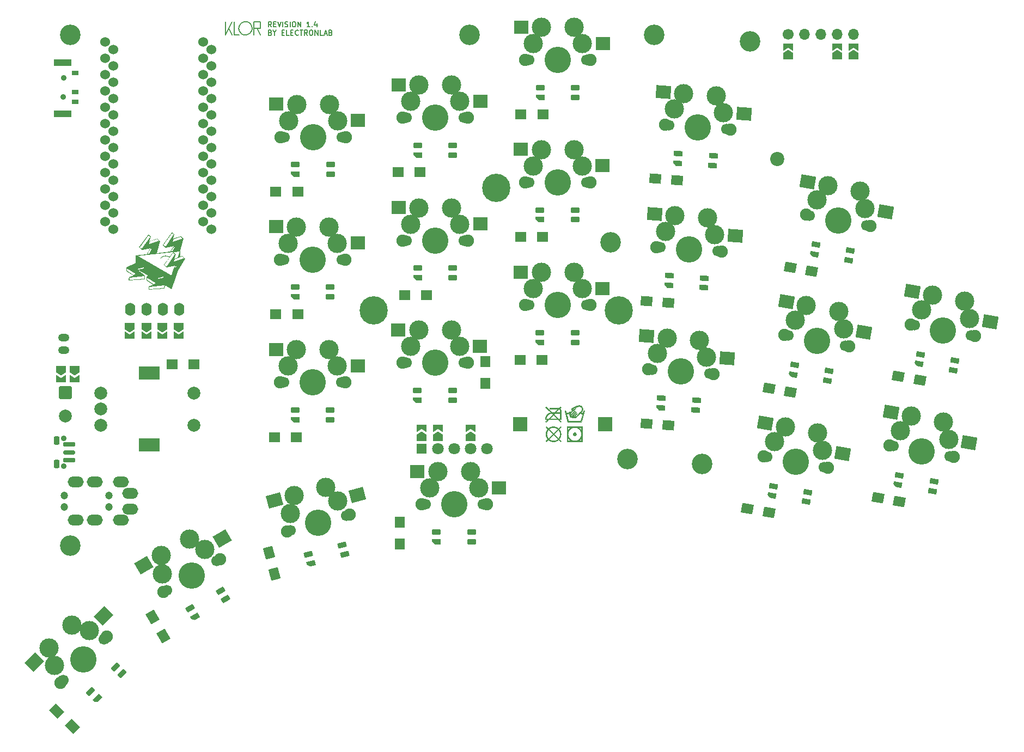
<source format=gts>
G04 #@! TF.GenerationSoftware,KiCad,Pcbnew,7.0.11-7.0.11~ubuntu22.04.1*
G04 #@! TF.CreationDate,2024-07-26T08:26:57+02:00*
G04 #@! TF.ProjectId,klor1_4,6b6c6f72-315f-4342-9e6b-696361645f70,v1.4.0*
G04 #@! TF.SameCoordinates,Original*
G04 #@! TF.FileFunction,Soldermask,Top*
G04 #@! TF.FilePolarity,Negative*
%FSLAX46Y46*%
G04 Gerber Fmt 4.6, Leading zero omitted, Abs format (unit mm)*
G04 Created by KiCad (PCBNEW 7.0.11-7.0.11~ubuntu22.04.1) date 2024-07-26 08:26:57*
%MOMM*%
%LPD*%
G01*
G04 APERTURE LIST*
G04 Aperture macros list*
%AMRoundRect*
0 Rectangle with rounded corners*
0 $1 Rounding radius*
0 $2 $3 $4 $5 $6 $7 $8 $9 X,Y pos of 4 corners*
0 Add a 4 corners polygon primitive as box body*
4,1,4,$2,$3,$4,$5,$6,$7,$8,$9,$2,$3,0*
0 Add four circle primitives for the rounded corners*
1,1,$1+$1,$2,$3*
1,1,$1+$1,$4,$5*
1,1,$1+$1,$6,$7*
1,1,$1+$1,$8,$9*
0 Add four rect primitives between the rounded corners*
20,1,$1+$1,$2,$3,$4,$5,0*
20,1,$1+$1,$4,$5,$6,$7,0*
20,1,$1+$1,$6,$7,$8,$9,0*
20,1,$1+$1,$8,$9,$2,$3,0*%
%AMRotRect*
0 Rectangle, with rotation*
0 The origin of the aperture is its center*
0 $1 length*
0 $2 width*
0 $3 Rotation angle, in degrees counterclockwise*
0 Add horizontal line*
21,1,$1,$2,0,0,$3*%
%AMFreePoly0*
4,1,6,1.000000,0.000000,0.500000,-0.750000,-0.500000,-0.750000,-0.500000,0.750000,0.500000,0.750000,1.000000,0.000000,1.000000,0.000000,$1*%
%AMFreePoly1*
4,1,6,0.500000,-0.750000,-0.650000,-0.750000,-0.150000,0.000000,-0.650000,0.750000,0.500000,0.750000,0.500000,-0.750000,0.500000,-0.750000,$1*%
%AMFreePoly2*
4,1,18,-0.410000,0.265000,0.000000,0.675000,0.328000,0.675000,0.359380,0.668758,0.385983,0.650983,0.403758,0.624380,0.410000,0.593000,0.410000,-0.593000,0.403758,-0.624380,0.385983,-0.650983,0.359380,-0.668758,0.328000,-0.675000,-0.328000,-0.675000,-0.359380,-0.668758,-0.385983,-0.650983,-0.403758,-0.624380,-0.410000,-0.593000,-0.410000,0.265000,-0.410000,0.265000,$1*%
G04 Aperture macros list end*
%ADD10C,0.150000*%
%ADD11C,0.000001*%
%ADD12C,0.000000*%
%ADD13FreePoly0,270.000000*%
%ADD14FreePoly1,270.000000*%
%ADD15C,1.900000*%
%ADD16C,1.700000*%
%ADD17C,3.000000*%
%ADD18C,4.100000*%
%ADD19RoundRect,0.082000X0.651245X0.187383X0.187383X0.651245X-0.651245X-0.187383X-0.187383X-0.651245X0*%
%ADD20FreePoly2,135.000000*%
%ADD21RotRect,2.300000X2.000000X225.000000*%
%ADD22RoundRect,0.082000X0.593000X-0.328000X0.593000X0.328000X-0.593000X0.328000X-0.593000X-0.328000X0*%
%ADD23FreePoly2,90.000000*%
%ADD24R,2.300000X2.000000*%
%ADD25RoundRect,0.082000X0.568675X-0.368567X0.614436X0.285835X-0.568675X0.368567X-0.614436X-0.285835X0*%
%ADD26FreePoly2,86.000000*%
%ADD27RotRect,2.300000X2.000000X176.000000*%
%ADD28C,3.200000*%
%ADD29RotRect,1.800000X1.500000X350.000000*%
%ADD30R,1.800000X1.500000*%
%ADD31RotRect,1.800000X1.500000X356.000000*%
%ADD32RoundRect,0.082000X0.657687X-0.163344X0.487901X0.470303X-0.657687X0.163344X-0.487901X-0.470303X0*%
%ADD33FreePoly2,105.000000*%
%ADD34RotRect,2.300000X2.000000X195.000000*%
%ADD35FreePoly0,90.000000*%
%ADD36FreePoly1,90.000000*%
%ADD37RoundRect,0.082000X0.527034X-0.425990X0.640948X0.220044X-0.527034X0.425990X-0.640948X-0.220044X0*%
%ADD38FreePoly2,80.000000*%
%ADD39RotRect,2.300000X2.000000X170.000000*%
%ADD40RotRect,1.800000X1.500000X105.000000*%
%ADD41R,2.200000X2.200000*%
%ADD42C,2.200000*%
%ADD43C,2.000000*%
%ADD44R,3.200000X2.000000*%
%ADD45O,1.600000X2.000000*%
%ADD46C,1.200000*%
%ADD47O,2.500000X1.700000*%
%ADD48RotRect,1.800000X1.500000X120.000000*%
%ADD49O,1.750000X1.200000*%
%ADD50C,0.900000*%
%ADD51RoundRect,0.187500X-0.712500X0.187500X-0.712500X-0.187500X0.712500X-0.187500X0.712500X0.187500X0*%
%ADD52RoundRect,0.150000X-0.750000X0.150000X-0.750000X-0.150000X0.750000X-0.150000X0.750000X0.150000X0*%
%ADD53RoundRect,0.225000X-0.225000X0.425000X-0.225000X-0.425000X0.225000X-0.425000X0.225000X0.425000X0*%
%ADD54C,4.400000*%
%ADD55RoundRect,0.082000X0.677553X0.012444X0.349553X0.580556X-0.677553X-0.012444X-0.349553X-0.580556X0*%
%ADD56FreePoly2,120.000000*%
%ADD57RotRect,2.300000X2.000000X210.000000*%
%ADD58RotRect,1.800000X1.500000X135.000000*%
%ADD59R,1.500000X1.800000*%
%ADD60RoundRect,0.142858X-0.857142X0.857142X-0.857142X-0.857142X0.857142X-0.857142X0.857142X0.857142X0*%
%ADD61R,1.000000X0.700000*%
%ADD62R,2.800000X1.000000*%
%ADD63R,1.524000X1.524000*%
%ADD64C,1.800000*%
%ADD65C,1.524000*%
%ADD66O,1.700000X1.700000*%
G04 APERTURE END LIST*
D10*
X107458484Y-53704798D02*
X107458484Y-55795204D01*
X110576959Y-53704797D02*
X110733523Y-53716642D01*
X110882674Y-53751016D01*
X111022668Y-53806175D01*
X111192068Y-53909037D01*
X111337953Y-54041615D01*
X111456190Y-54199774D01*
X111542644Y-54379381D01*
X111584140Y-54525674D01*
X111603689Y-54679961D01*
X111605027Y-54732866D01*
X109548890Y-54732866D02*
X109560735Y-54576301D01*
X109595109Y-54427149D01*
X109650268Y-54287155D01*
X109753130Y-54117755D01*
X109885708Y-53971870D01*
X110043867Y-53853633D01*
X110223474Y-53767179D01*
X110369767Y-53725683D01*
X110524054Y-53706134D01*
X110576959Y-53704797D01*
X108829242Y-53704798D02*
X108829242Y-55760935D01*
D11*
X159631126Y-113639059D02*
X159433632Y-113836542D01*
X159453668Y-113851659D01*
X159472749Y-113867881D01*
X159490827Y-113885157D01*
X159507857Y-113903435D01*
X159523792Y-113922664D01*
X159538585Y-113942791D01*
X159552190Y-113963766D01*
X159564560Y-113985536D01*
X159575649Y-114008050D01*
X159585410Y-114031256D01*
X159593797Y-114055103D01*
X159600763Y-114079539D01*
X159606263Y-114104512D01*
X159610248Y-114129970D01*
X159612674Y-114155863D01*
X159613492Y-114182137D01*
X159613492Y-115557464D01*
X159331358Y-115557464D01*
X159634652Y-115860742D01*
X159542959Y-115952430D01*
X159147970Y-115557464D01*
X158403840Y-115557464D01*
X158403840Y-115426985D01*
X159017483Y-115426985D01*
X158428527Y-114838063D01*
X157839571Y-115426985D01*
X158396787Y-115426985D01*
X158396787Y-115557464D01*
X157709084Y-115557464D01*
X157314096Y-115952430D01*
X157222402Y-115860742D01*
X157525697Y-115557464D01*
X157165975Y-115557464D01*
X157165975Y-115493988D01*
X157167093Y-115445324D01*
X157168116Y-115430511D01*
X157296462Y-115430511D01*
X157652657Y-115430511D01*
X158333307Y-114749901D01*
X158329780Y-114746374D01*
X158523747Y-114746374D01*
X159200870Y-115426985D01*
X159483005Y-115426985D01*
X159483005Y-114577103D01*
X158693029Y-114577103D01*
X158523747Y-114746374D01*
X158329780Y-114746374D01*
X158164026Y-114580629D01*
X158120980Y-114583618D01*
X158078497Y-114588585D01*
X158036624Y-114595484D01*
X157995406Y-114604268D01*
X157954892Y-114614891D01*
X157915126Y-114627307D01*
X157876156Y-114641469D01*
X157838028Y-114657330D01*
X157800789Y-114674845D01*
X157764485Y-114693966D01*
X157729162Y-114714647D01*
X157694867Y-114736842D01*
X157661647Y-114760503D01*
X157629548Y-114785586D01*
X157598616Y-114812042D01*
X157568898Y-114839826D01*
X157540441Y-114868891D01*
X157513291Y-114899191D01*
X157487495Y-114930678D01*
X157463098Y-114963308D01*
X157440148Y-114997032D01*
X157418691Y-115031805D01*
X157398773Y-115067581D01*
X157380441Y-115104312D01*
X157363742Y-115141952D01*
X157348722Y-115180455D01*
X157335427Y-115219774D01*
X157323904Y-115259863D01*
X157314200Y-115300675D01*
X157306360Y-115342163D01*
X157300432Y-115384282D01*
X157296462Y-115426985D01*
X157296462Y-115430511D01*
X157168116Y-115430511D01*
X157170413Y-115397227D01*
X157175887Y-115349744D01*
X157183464Y-115302924D01*
X157193094Y-115256818D01*
X157204728Y-115211473D01*
X157218316Y-115166940D01*
X157233809Y-115123267D01*
X157251156Y-115080503D01*
X157270307Y-115038697D01*
X157291215Y-114997898D01*
X157313827Y-114958156D01*
X157338095Y-114919519D01*
X157363969Y-114882037D01*
X157391400Y-114845758D01*
X157420337Y-114810732D01*
X157450731Y-114777008D01*
X157482532Y-114744635D01*
X157515690Y-114713662D01*
X157550156Y-114684137D01*
X157585880Y-114656111D01*
X157622812Y-114629632D01*
X157660903Y-114604749D01*
X157700102Y-114581511D01*
X157708339Y-114577103D01*
X158347413Y-114577103D01*
X158428527Y-114658212D01*
X158509641Y-114577103D01*
X158347413Y-114577103D01*
X157708339Y-114577103D01*
X157740360Y-114559968D01*
X157781628Y-114540168D01*
X157823855Y-114522161D01*
X157866993Y-114505995D01*
X157910990Y-114491720D01*
X157955798Y-114479384D01*
X158001366Y-114469038D01*
X158047645Y-114460729D01*
X158037020Y-114450150D01*
X158819989Y-114450150D01*
X159479478Y-114450150D01*
X159479478Y-114185664D01*
X159479314Y-114175467D01*
X159478824Y-114165378D01*
X159478014Y-114155400D01*
X159476888Y-114145536D01*
X159475453Y-114135792D01*
X159473713Y-114126170D01*
X159471673Y-114116675D01*
X159469339Y-114107310D01*
X159466716Y-114098079D01*
X159463808Y-114088987D01*
X159460621Y-114080037D01*
X159457161Y-114071232D01*
X159453432Y-114062578D01*
X159449439Y-114054077D01*
X159445189Y-114045734D01*
X159440685Y-114037552D01*
X159435933Y-114029535D01*
X159430938Y-114021688D01*
X159425706Y-114014013D01*
X159420241Y-114006516D01*
X159408635Y-113992067D01*
X159396160Y-113978373D01*
X159382860Y-113965464D01*
X159368773Y-113953371D01*
X159353944Y-113942125D01*
X159338411Y-113931757D01*
X158819989Y-114450150D01*
X158037020Y-114450150D01*
X157222402Y-113639059D01*
X157314096Y-113547371D01*
X158216926Y-114446623D01*
X158636601Y-114446623D01*
X159197344Y-113885913D01*
X157895998Y-113885913D01*
X157895998Y-113755433D01*
X159183237Y-113755433D01*
X159191792Y-113755516D01*
X159200265Y-113755764D01*
X159208654Y-113756177D01*
X159216961Y-113756756D01*
X159225185Y-113757500D01*
X159233327Y-113758409D01*
X159241386Y-113759483D01*
X159249362Y-113760723D01*
X159257256Y-113762128D01*
X159265067Y-113763698D01*
X159272796Y-113765434D01*
X159280441Y-113767335D01*
X159288004Y-113769401D01*
X159295485Y-113771633D01*
X159302883Y-113774030D01*
X159310198Y-113776592D01*
X159539432Y-113547371D01*
X159631126Y-113639059D01*
G36*
X159631126Y-113639059D02*
G01*
X159433632Y-113836542D01*
X159453668Y-113851659D01*
X159472749Y-113867881D01*
X159490827Y-113885157D01*
X159507857Y-113903435D01*
X159523792Y-113922664D01*
X159538585Y-113942791D01*
X159552190Y-113963766D01*
X159564560Y-113985536D01*
X159575649Y-114008050D01*
X159585410Y-114031256D01*
X159593797Y-114055103D01*
X159600763Y-114079539D01*
X159606263Y-114104512D01*
X159610248Y-114129970D01*
X159612674Y-114155863D01*
X159613492Y-114182137D01*
X159613492Y-115557464D01*
X159331358Y-115557464D01*
X159634652Y-115860742D01*
X159542959Y-115952430D01*
X159147970Y-115557464D01*
X158403840Y-115557464D01*
X158403840Y-115426985D01*
X159017483Y-115426985D01*
X158428527Y-114838063D01*
X157839571Y-115426985D01*
X158396787Y-115426985D01*
X158396787Y-115557464D01*
X157709084Y-115557464D01*
X157314096Y-115952430D01*
X157222402Y-115860742D01*
X157525697Y-115557464D01*
X157165975Y-115557464D01*
X157165975Y-115493988D01*
X157167093Y-115445324D01*
X157168116Y-115430511D01*
X157296462Y-115430511D01*
X157652657Y-115430511D01*
X158333307Y-114749901D01*
X158329780Y-114746374D01*
X158523747Y-114746374D01*
X159200870Y-115426985D01*
X159483005Y-115426985D01*
X159483005Y-114577103D01*
X158693029Y-114577103D01*
X158523747Y-114746374D01*
X158329780Y-114746374D01*
X158164026Y-114580629D01*
X158120980Y-114583618D01*
X158078497Y-114588585D01*
X158036624Y-114595484D01*
X157995406Y-114604268D01*
X157954892Y-114614891D01*
X157915126Y-114627307D01*
X157876156Y-114641469D01*
X157838028Y-114657330D01*
X157800789Y-114674845D01*
X157764485Y-114693966D01*
X157729162Y-114714647D01*
X157694867Y-114736842D01*
X157661647Y-114760503D01*
X157629548Y-114785586D01*
X157598616Y-114812042D01*
X157568898Y-114839826D01*
X157540441Y-114868891D01*
X157513291Y-114899191D01*
X157487495Y-114930678D01*
X157463098Y-114963308D01*
X157440148Y-114997032D01*
X157418691Y-115031805D01*
X157398773Y-115067581D01*
X157380441Y-115104312D01*
X157363742Y-115141952D01*
X157348722Y-115180455D01*
X157335427Y-115219774D01*
X157323904Y-115259863D01*
X157314200Y-115300675D01*
X157306360Y-115342163D01*
X157300432Y-115384282D01*
X157296462Y-115426985D01*
X157296462Y-115430511D01*
X157168116Y-115430511D01*
X157170413Y-115397227D01*
X157175887Y-115349744D01*
X157183464Y-115302924D01*
X157193094Y-115256818D01*
X157204728Y-115211473D01*
X157218316Y-115166940D01*
X157233809Y-115123267D01*
X157251156Y-115080503D01*
X157270307Y-115038697D01*
X157291215Y-114997898D01*
X157313827Y-114958156D01*
X157338095Y-114919519D01*
X157363969Y-114882037D01*
X157391400Y-114845758D01*
X157420337Y-114810732D01*
X157450731Y-114777008D01*
X157482532Y-114744635D01*
X157515690Y-114713662D01*
X157550156Y-114684137D01*
X157585880Y-114656111D01*
X157622812Y-114629632D01*
X157660903Y-114604749D01*
X157700102Y-114581511D01*
X157708339Y-114577103D01*
X158347413Y-114577103D01*
X158428527Y-114658212D01*
X158509641Y-114577103D01*
X158347413Y-114577103D01*
X157708339Y-114577103D01*
X157740360Y-114559968D01*
X157781628Y-114540168D01*
X157823855Y-114522161D01*
X157866993Y-114505995D01*
X157910990Y-114491720D01*
X157955798Y-114479384D01*
X158001366Y-114469038D01*
X158047645Y-114460729D01*
X158037020Y-114450150D01*
X158819989Y-114450150D01*
X159479478Y-114450150D01*
X159479478Y-114185664D01*
X159479314Y-114175467D01*
X159478824Y-114165378D01*
X159478014Y-114155400D01*
X159476888Y-114145536D01*
X159475453Y-114135792D01*
X159473713Y-114126170D01*
X159471673Y-114116675D01*
X159469339Y-114107310D01*
X159466716Y-114098079D01*
X159463808Y-114088987D01*
X159460621Y-114080037D01*
X159457161Y-114071232D01*
X159453432Y-114062578D01*
X159449439Y-114054077D01*
X159445189Y-114045734D01*
X159440685Y-114037552D01*
X159435933Y-114029535D01*
X159430938Y-114021688D01*
X159425706Y-114014013D01*
X159420241Y-114006516D01*
X159408635Y-113992067D01*
X159396160Y-113978373D01*
X159382860Y-113965464D01*
X159368773Y-113953371D01*
X159353944Y-113942125D01*
X159338411Y-113931757D01*
X158819989Y-114450150D01*
X158037020Y-114450150D01*
X157222402Y-113639059D01*
X157314096Y-113547371D01*
X158216926Y-114446623D01*
X158636601Y-114446623D01*
X159197344Y-113885913D01*
X157895998Y-113885913D01*
X157895998Y-113755433D01*
X159183237Y-113755433D01*
X159191792Y-113755516D01*
X159200265Y-113755764D01*
X159208654Y-113756177D01*
X159216961Y-113756756D01*
X159225185Y-113757500D01*
X159233327Y-113758409D01*
X159241386Y-113759483D01*
X159249362Y-113760723D01*
X159257256Y-113762128D01*
X159265067Y-113763698D01*
X159272796Y-113765434D01*
X159280441Y-113767335D01*
X159288004Y-113769401D01*
X159295485Y-113771633D01*
X159302883Y-113774030D01*
X159310198Y-113776592D01*
X159539432Y-113547371D01*
X159631126Y-113639059D01*
G37*
D10*
X112907248Y-54767135D02*
X111913449Y-54767135D01*
D12*
G36*
X99560346Y-86763412D02*
G01*
X98161230Y-88835100D01*
X97707734Y-88407533D01*
X97715879Y-88396420D01*
X97828384Y-88396420D01*
X98145884Y-88695929D01*
X99441284Y-86777700D01*
X99185167Y-86545395D01*
X97828384Y-88396420D01*
X97715879Y-88396420D01*
X99171409Y-86410458D01*
X99560346Y-86763412D01*
G37*
D11*
X163187462Y-114185720D02*
X163186020Y-114185664D01*
X163189548Y-114185664D01*
X163187462Y-114185720D01*
G36*
X163187462Y-114185720D02*
G01*
X163186020Y-114185664D01*
X163189548Y-114185664D01*
X163187462Y-114185720D01*
G37*
D10*
X107458484Y-55795204D02*
X108486553Y-53704798D01*
X111879180Y-55795204D02*
X111879180Y-54767135D01*
D11*
X159631126Y-116710623D02*
X159299617Y-117042112D01*
X159333786Y-117081278D01*
X159366163Y-117122030D01*
X159396690Y-117164300D01*
X159425311Y-117208022D01*
X159451968Y-117253129D01*
X159476606Y-117299552D01*
X159499167Y-117347226D01*
X159519594Y-117396083D01*
X159537831Y-117446055D01*
X159553821Y-117497076D01*
X159567507Y-117549079D01*
X159578831Y-117601996D01*
X159587739Y-117655760D01*
X159594171Y-117710305D01*
X159598072Y-117765562D01*
X159599385Y-117821464D01*
X159598072Y-117877328D01*
X159594171Y-117932480D01*
X159587739Y-117986866D01*
X159578831Y-118040437D01*
X159567507Y-118093139D01*
X159553821Y-118144922D01*
X159537831Y-118195734D01*
X159519594Y-118245524D01*
X159499167Y-118294238D01*
X159476606Y-118341827D01*
X159451968Y-118388238D01*
X159425311Y-118433419D01*
X159396690Y-118477319D01*
X159366163Y-118519887D01*
X159333786Y-118561070D01*
X159299617Y-118600817D01*
X159631126Y-118932305D01*
X159539432Y-119023994D01*
X159207924Y-118692505D01*
X159168756Y-118726672D01*
X159128002Y-118759047D01*
X159085729Y-118789572D01*
X159042004Y-118818191D01*
X158996895Y-118844847D01*
X158950469Y-118869484D01*
X158902793Y-118892043D01*
X158853933Y-118912469D01*
X158803958Y-118930705D01*
X158752934Y-118946694D01*
X158700928Y-118960379D01*
X158648008Y-118971703D01*
X158594241Y-118980610D01*
X158539693Y-118987042D01*
X158484433Y-118990943D01*
X158428527Y-118992256D01*
X158372660Y-118990943D01*
X158317506Y-118987042D01*
X158263116Y-118980610D01*
X158209542Y-118971703D01*
X158156837Y-118960379D01*
X158105050Y-118946694D01*
X158054236Y-118930705D01*
X158004444Y-118912469D01*
X157955726Y-118892043D01*
X157908135Y-118869483D01*
X157861721Y-118844847D01*
X157816538Y-118818191D01*
X157772635Y-118789572D01*
X157730065Y-118759047D01*
X157688880Y-118726672D01*
X157649130Y-118692505D01*
X157317622Y-119023994D01*
X157225929Y-118932305D01*
X157557437Y-118600817D01*
X157740824Y-118600817D01*
X157775863Y-118630480D01*
X157812177Y-118658604D01*
X157849722Y-118685137D01*
X157888449Y-118710027D01*
X157928313Y-118733223D01*
X157969266Y-118754673D01*
X158011264Y-118774325D01*
X158054258Y-118792128D01*
X158098203Y-118808030D01*
X158143052Y-118821979D01*
X158188758Y-118833924D01*
X158235276Y-118843813D01*
X158282558Y-118851595D01*
X158330558Y-118857217D01*
X158379230Y-118860628D01*
X158428527Y-118861776D01*
X158432054Y-118861776D01*
X158480770Y-118860628D01*
X158529010Y-118857217D01*
X158576713Y-118851595D01*
X158623817Y-118843813D01*
X158670260Y-118833924D01*
X158715979Y-118821979D01*
X158760913Y-118808030D01*
X158805000Y-118792128D01*
X158848178Y-118774325D01*
X158890385Y-118754673D01*
X158931558Y-118733223D01*
X158971636Y-118710027D01*
X159010557Y-118685137D01*
X159048259Y-118658604D01*
X159084679Y-118630480D01*
X159119757Y-118600817D01*
X158428527Y-117913153D01*
X157740824Y-118600817D01*
X157557437Y-118600817D01*
X157523268Y-118561651D01*
X157490891Y-118520899D01*
X157460364Y-118478629D01*
X157431744Y-118434907D01*
X157405086Y-118389800D01*
X157380448Y-118343377D01*
X157357887Y-118295703D01*
X157337460Y-118246846D01*
X157319223Y-118196874D01*
X157303233Y-118145852D01*
X157289547Y-118093850D01*
X157278223Y-118040933D01*
X157269316Y-117987169D01*
X157262883Y-117932624D01*
X157258982Y-117877367D01*
X157257669Y-117821465D01*
X157388156Y-117821465D01*
X157389305Y-117870178D01*
X157392716Y-117918415D01*
X157398338Y-117966116D01*
X157406120Y-118013217D01*
X157416010Y-118059657D01*
X157427955Y-118105374D01*
X157441905Y-118150305D01*
X157457808Y-118194390D01*
X157475612Y-118237565D01*
X157495265Y-118279769D01*
X157516716Y-118320940D01*
X157539913Y-118361016D01*
X157564805Y-118399935D01*
X157591340Y-118437634D01*
X157619465Y-118474053D01*
X157649130Y-118509128D01*
X158336834Y-117821465D01*
X158333307Y-117817938D01*
X158520221Y-117817938D01*
X159211451Y-118509128D01*
X159241116Y-118473471D01*
X159269241Y-118436615D01*
X159295776Y-118398602D01*
X159320668Y-118359473D01*
X159343865Y-118319270D01*
X159365316Y-118278034D01*
X159384969Y-118235805D01*
X159402773Y-118192627D01*
X159418676Y-118148539D01*
X159432626Y-118103583D01*
X159444571Y-118057801D01*
X159454461Y-118011233D01*
X159462243Y-117963922D01*
X159467865Y-117915908D01*
X159471276Y-117867233D01*
X159472425Y-117817938D01*
X159472425Y-117814412D01*
X159471276Y-117765699D01*
X159467865Y-117717461D01*
X159462243Y-117669761D01*
X159454461Y-117622659D01*
X159444571Y-117576219D01*
X159432626Y-117530503D01*
X159418676Y-117485571D01*
X159402773Y-117441487D01*
X159384969Y-117398311D01*
X159365316Y-117356107D01*
X159343865Y-117314936D01*
X159320668Y-117274860D01*
X159295776Y-117235942D01*
X159269241Y-117198242D01*
X159241116Y-117161823D01*
X159211451Y-117126748D01*
X158520221Y-117817938D01*
X158333307Y-117817938D01*
X157649130Y-117133801D01*
X157619465Y-117168876D01*
X157591340Y-117205295D01*
X157564805Y-117242995D01*
X157539913Y-117281913D01*
X157516716Y-117321989D01*
X157495265Y-117363160D01*
X157475612Y-117405364D01*
X157457808Y-117448539D01*
X157441905Y-117492624D01*
X157427955Y-117537556D01*
X157416010Y-117583272D01*
X157406120Y-117629712D01*
X157398338Y-117676814D01*
X157392716Y-117724514D01*
X157389305Y-117772752D01*
X157388156Y-117821465D01*
X157257669Y-117821465D01*
X157257669Y-117821464D01*
X157258982Y-117765600D01*
X157262883Y-117710449D01*
X157269316Y-117656063D01*
X157278223Y-117602492D01*
X157289547Y-117549789D01*
X157303233Y-117498006D01*
X157319223Y-117447194D01*
X157337460Y-117397405D01*
X157357887Y-117348690D01*
X157380448Y-117301102D01*
X157405086Y-117254691D01*
X157431744Y-117209510D01*
X157460364Y-117165610D01*
X157490891Y-117123042D01*
X157523268Y-117081859D01*
X157557437Y-117042112D01*
X157553910Y-117038586D01*
X157737297Y-117038586D01*
X158425000Y-117726249D01*
X159116230Y-117038586D01*
X159081191Y-117008922D01*
X159044877Y-116980798D01*
X159007333Y-116954265D01*
X158968605Y-116929375D01*
X158928742Y-116906179D01*
X158887788Y-116884729D01*
X158845791Y-116865077D01*
X158802796Y-116847274D01*
X158758851Y-116831372D01*
X158714002Y-116817423D01*
X158668296Y-116805478D01*
X158621778Y-116795589D01*
X158574496Y-116787808D01*
X158526496Y-116782186D01*
X158477824Y-116778775D01*
X158428527Y-116777626D01*
X158379190Y-116778775D01*
X158330407Y-116782186D01*
X158282233Y-116787808D01*
X158234725Y-116795589D01*
X158187940Y-116805478D01*
X158141936Y-116817423D01*
X158096768Y-116831372D01*
X158052495Y-116847274D01*
X158009171Y-116865077D01*
X157966855Y-116884729D01*
X157925604Y-116906179D01*
X157885473Y-116929375D01*
X157846520Y-116954265D01*
X157808802Y-116980798D01*
X157772376Y-117008922D01*
X157737297Y-117038586D01*
X157553910Y-117038586D01*
X157225929Y-116710623D01*
X157317622Y-116618935D01*
X157649130Y-116950424D01*
X157688298Y-116916257D01*
X157729052Y-116883882D01*
X157771325Y-116853357D01*
X157815050Y-116824738D01*
X157860159Y-116798082D01*
X157906585Y-116773445D01*
X157954262Y-116750886D01*
X158003121Y-116730459D01*
X158053097Y-116712223D01*
X158104121Y-116696235D01*
X158156126Y-116682550D01*
X158209046Y-116671226D01*
X158262814Y-116662319D01*
X158317361Y-116655887D01*
X158372621Y-116651986D01*
X158428527Y-116650673D01*
X158484394Y-116651986D01*
X158539549Y-116655887D01*
X158593938Y-116662319D01*
X158647512Y-116671226D01*
X158700218Y-116682550D01*
X158752004Y-116696235D01*
X158802819Y-116712224D01*
X158852611Y-116730460D01*
X158901328Y-116750886D01*
X158948919Y-116773445D01*
X158995333Y-116798082D01*
X159040517Y-116824738D01*
X159084419Y-116853357D01*
X159126989Y-116883882D01*
X159168175Y-116916257D01*
X159207924Y-116950424D01*
X159539432Y-116618935D01*
X159631126Y-116710623D01*
G36*
X159631126Y-116710623D02*
G01*
X159299617Y-117042112D01*
X159333786Y-117081278D01*
X159366163Y-117122030D01*
X159396690Y-117164300D01*
X159425311Y-117208022D01*
X159451968Y-117253129D01*
X159476606Y-117299552D01*
X159499167Y-117347226D01*
X159519594Y-117396083D01*
X159537831Y-117446055D01*
X159553821Y-117497076D01*
X159567507Y-117549079D01*
X159578831Y-117601996D01*
X159587739Y-117655760D01*
X159594171Y-117710305D01*
X159598072Y-117765562D01*
X159599385Y-117821464D01*
X159598072Y-117877328D01*
X159594171Y-117932480D01*
X159587739Y-117986866D01*
X159578831Y-118040437D01*
X159567507Y-118093139D01*
X159553821Y-118144922D01*
X159537831Y-118195734D01*
X159519594Y-118245524D01*
X159499167Y-118294238D01*
X159476606Y-118341827D01*
X159451968Y-118388238D01*
X159425311Y-118433419D01*
X159396690Y-118477319D01*
X159366163Y-118519887D01*
X159333786Y-118561070D01*
X159299617Y-118600817D01*
X159631126Y-118932305D01*
X159539432Y-119023994D01*
X159207924Y-118692505D01*
X159168756Y-118726672D01*
X159128002Y-118759047D01*
X159085729Y-118789572D01*
X159042004Y-118818191D01*
X158996895Y-118844847D01*
X158950469Y-118869484D01*
X158902793Y-118892043D01*
X158853933Y-118912469D01*
X158803958Y-118930705D01*
X158752934Y-118946694D01*
X158700928Y-118960379D01*
X158648008Y-118971703D01*
X158594241Y-118980610D01*
X158539693Y-118987042D01*
X158484433Y-118990943D01*
X158428527Y-118992256D01*
X158372660Y-118990943D01*
X158317506Y-118987042D01*
X158263116Y-118980610D01*
X158209542Y-118971703D01*
X158156837Y-118960379D01*
X158105050Y-118946694D01*
X158054236Y-118930705D01*
X158004444Y-118912469D01*
X157955726Y-118892043D01*
X157908135Y-118869483D01*
X157861721Y-118844847D01*
X157816538Y-118818191D01*
X157772635Y-118789572D01*
X157730065Y-118759047D01*
X157688880Y-118726672D01*
X157649130Y-118692505D01*
X157317622Y-119023994D01*
X157225929Y-118932305D01*
X157557437Y-118600817D01*
X157740824Y-118600817D01*
X157775863Y-118630480D01*
X157812177Y-118658604D01*
X157849722Y-118685137D01*
X157888449Y-118710027D01*
X157928313Y-118733223D01*
X157969266Y-118754673D01*
X158011264Y-118774325D01*
X158054258Y-118792128D01*
X158098203Y-118808030D01*
X158143052Y-118821979D01*
X158188758Y-118833924D01*
X158235276Y-118843813D01*
X158282558Y-118851595D01*
X158330558Y-118857217D01*
X158379230Y-118860628D01*
X158428527Y-118861776D01*
X158432054Y-118861776D01*
X158480770Y-118860628D01*
X158529010Y-118857217D01*
X158576713Y-118851595D01*
X158623817Y-118843813D01*
X158670260Y-118833924D01*
X158715979Y-118821979D01*
X158760913Y-118808030D01*
X158805000Y-118792128D01*
X158848178Y-118774325D01*
X158890385Y-118754673D01*
X158931558Y-118733223D01*
X158971636Y-118710027D01*
X159010557Y-118685137D01*
X159048259Y-118658604D01*
X159084679Y-118630480D01*
X159119757Y-118600817D01*
X158428527Y-117913153D01*
X157740824Y-118600817D01*
X157557437Y-118600817D01*
X157523268Y-118561651D01*
X157490891Y-118520899D01*
X157460364Y-118478629D01*
X157431744Y-118434907D01*
X157405086Y-118389800D01*
X157380448Y-118343377D01*
X157357887Y-118295703D01*
X157337460Y-118246846D01*
X157319223Y-118196874D01*
X157303233Y-118145852D01*
X157289547Y-118093850D01*
X157278223Y-118040933D01*
X157269316Y-117987169D01*
X157262883Y-117932624D01*
X157258982Y-117877367D01*
X157257669Y-117821465D01*
X157388156Y-117821465D01*
X157389305Y-117870178D01*
X157392716Y-117918415D01*
X157398338Y-117966116D01*
X157406120Y-118013217D01*
X157416010Y-118059657D01*
X157427955Y-118105374D01*
X157441905Y-118150305D01*
X157457808Y-118194390D01*
X157475612Y-118237565D01*
X157495265Y-118279769D01*
X157516716Y-118320940D01*
X157539913Y-118361016D01*
X157564805Y-118399935D01*
X157591340Y-118437634D01*
X157619465Y-118474053D01*
X157649130Y-118509128D01*
X158336834Y-117821465D01*
X158333307Y-117817938D01*
X158520221Y-117817938D01*
X159211451Y-118509128D01*
X159241116Y-118473471D01*
X159269241Y-118436615D01*
X159295776Y-118398602D01*
X159320668Y-118359473D01*
X159343865Y-118319270D01*
X159365316Y-118278034D01*
X159384969Y-118235805D01*
X159402773Y-118192627D01*
X159418676Y-118148539D01*
X159432626Y-118103583D01*
X159444571Y-118057801D01*
X159454461Y-118011233D01*
X159462243Y-117963922D01*
X159467865Y-117915908D01*
X159471276Y-117867233D01*
X159472425Y-117817938D01*
X159472425Y-117814412D01*
X159471276Y-117765699D01*
X159467865Y-117717461D01*
X159462243Y-117669761D01*
X159454461Y-117622659D01*
X159444571Y-117576219D01*
X159432626Y-117530503D01*
X159418676Y-117485571D01*
X159402773Y-117441487D01*
X159384969Y-117398311D01*
X159365316Y-117356107D01*
X159343865Y-117314936D01*
X159320668Y-117274860D01*
X159295776Y-117235942D01*
X159269241Y-117198242D01*
X159241116Y-117161823D01*
X159211451Y-117126748D01*
X158520221Y-117817938D01*
X158333307Y-117817938D01*
X157649130Y-117133801D01*
X157619465Y-117168876D01*
X157591340Y-117205295D01*
X157564805Y-117242995D01*
X157539913Y-117281913D01*
X157516716Y-117321989D01*
X157495265Y-117363160D01*
X157475612Y-117405364D01*
X157457808Y-117448539D01*
X157441905Y-117492624D01*
X157427955Y-117537556D01*
X157416010Y-117583272D01*
X157406120Y-117629712D01*
X157398338Y-117676814D01*
X157392716Y-117724514D01*
X157389305Y-117772752D01*
X157388156Y-117821465D01*
X157257669Y-117821465D01*
X157257669Y-117821464D01*
X157258982Y-117765600D01*
X157262883Y-117710449D01*
X157269316Y-117656063D01*
X157278223Y-117602492D01*
X157289547Y-117549789D01*
X157303233Y-117498006D01*
X157319223Y-117447194D01*
X157337460Y-117397405D01*
X157357887Y-117348690D01*
X157380448Y-117301102D01*
X157405086Y-117254691D01*
X157431744Y-117209510D01*
X157460364Y-117165610D01*
X157490891Y-117123042D01*
X157523268Y-117081859D01*
X157557437Y-117042112D01*
X157553910Y-117038586D01*
X157737297Y-117038586D01*
X158425000Y-117726249D01*
X159116230Y-117038586D01*
X159081191Y-117008922D01*
X159044877Y-116980798D01*
X159007333Y-116954265D01*
X158968605Y-116929375D01*
X158928742Y-116906179D01*
X158887788Y-116884729D01*
X158845791Y-116865077D01*
X158802796Y-116847274D01*
X158758851Y-116831372D01*
X158714002Y-116817423D01*
X158668296Y-116805478D01*
X158621778Y-116795589D01*
X158574496Y-116787808D01*
X158526496Y-116782186D01*
X158477824Y-116778775D01*
X158428527Y-116777626D01*
X158379190Y-116778775D01*
X158330407Y-116782186D01*
X158282233Y-116787808D01*
X158234725Y-116795589D01*
X158187940Y-116805478D01*
X158141936Y-116817423D01*
X158096768Y-116831372D01*
X158052495Y-116847274D01*
X158009171Y-116865077D01*
X157966855Y-116884729D01*
X157925604Y-116906179D01*
X157885473Y-116929375D01*
X157846520Y-116954265D01*
X157808802Y-116980798D01*
X157772376Y-117008922D01*
X157737297Y-117038586D01*
X157553910Y-117038586D01*
X157225929Y-116710623D01*
X157317622Y-116618935D01*
X157649130Y-116950424D01*
X157688298Y-116916257D01*
X157729052Y-116883882D01*
X157771325Y-116853357D01*
X157815050Y-116824738D01*
X157860159Y-116798082D01*
X157906585Y-116773445D01*
X157954262Y-116750886D01*
X158003121Y-116730459D01*
X158053097Y-116712223D01*
X158104121Y-116696235D01*
X158156126Y-116682550D01*
X158209046Y-116671226D01*
X158262814Y-116662319D01*
X158317361Y-116655887D01*
X158372621Y-116651986D01*
X158428527Y-116650673D01*
X158484394Y-116651986D01*
X158539549Y-116655887D01*
X158593938Y-116662319D01*
X158647512Y-116671226D01*
X158700218Y-116682550D01*
X158752004Y-116696235D01*
X158802819Y-116712224D01*
X158852611Y-116730460D01*
X158901328Y-116750886D01*
X158948919Y-116773445D01*
X158995333Y-116798082D01*
X159040517Y-116824738D01*
X159084419Y-116853357D01*
X159126989Y-116883882D01*
X159168175Y-116916257D01*
X159207924Y-116950424D01*
X159539432Y-116618935D01*
X159631126Y-116710623D01*
G37*
D10*
X111605027Y-54732866D02*
X111593181Y-54889430D01*
X111558807Y-55038581D01*
X111503648Y-55178575D01*
X111400786Y-55347975D01*
X111268208Y-55493860D01*
X111110049Y-55612097D01*
X110930443Y-55698551D01*
X110784150Y-55740047D01*
X110629863Y-55759596D01*
X110576959Y-55760934D01*
X108486554Y-55795204D02*
X107972519Y-54732866D01*
X108829242Y-55760935D02*
X109617428Y-55760935D01*
D11*
X162910940Y-118995782D02*
X160565696Y-118995782D01*
X160565696Y-118353963D01*
X160692657Y-118353963D01*
X160692657Y-118865302D01*
X161204026Y-118865302D01*
X161163489Y-118843365D01*
X161123904Y-118819899D01*
X161085310Y-118794945D01*
X161047750Y-118768545D01*
X161011264Y-118740739D01*
X160975893Y-118711570D01*
X160941681Y-118681078D01*
X160908666Y-118649306D01*
X160876892Y-118616293D01*
X160846398Y-118582082D01*
X160817227Y-118546714D01*
X160789420Y-118510230D01*
X160763018Y-118472672D01*
X160738063Y-118434080D01*
X160714595Y-118394497D01*
X160692657Y-118353963D01*
X160565696Y-118353963D01*
X160565696Y-117821464D01*
X160692657Y-117821464D01*
X160694020Y-117875032D01*
X160698065Y-117927914D01*
X160704725Y-117980043D01*
X160713934Y-118031352D01*
X160725625Y-118081775D01*
X160739732Y-118131246D01*
X160756189Y-118179698D01*
X160774928Y-118227065D01*
X160795883Y-118273279D01*
X160818988Y-118318275D01*
X160844176Y-118361986D01*
X160871381Y-118404346D01*
X160900536Y-118445288D01*
X160931575Y-118484745D01*
X160964431Y-118522651D01*
X160999037Y-118558940D01*
X161035328Y-118593544D01*
X161073236Y-118626398D01*
X161112696Y-118657435D01*
X161153640Y-118686588D01*
X161196002Y-118713792D01*
X161239715Y-118738979D01*
X161284714Y-118762082D01*
X161330931Y-118783036D01*
X161378301Y-118801774D01*
X161426755Y-118818230D01*
X161476229Y-118832336D01*
X161526655Y-118844026D01*
X161577968Y-118853235D01*
X161630099Y-118859895D01*
X161682984Y-118863939D01*
X161736555Y-118865302D01*
X162269084Y-118865302D01*
X162780453Y-118865302D01*
X162780453Y-118353963D01*
X162758514Y-118394497D01*
X162735047Y-118434080D01*
X162710091Y-118472672D01*
X162683689Y-118510230D01*
X162655882Y-118546714D01*
X162626711Y-118582082D01*
X162596218Y-118616293D01*
X162564443Y-118649306D01*
X162531429Y-118681078D01*
X162497216Y-118711570D01*
X162461846Y-118740739D01*
X162425360Y-118768545D01*
X162387799Y-118794945D01*
X162349206Y-118819899D01*
X162309620Y-118843365D01*
X162269084Y-118865302D01*
X161736555Y-118865302D01*
X161790126Y-118863939D01*
X161843011Y-118859895D01*
X161895142Y-118853235D01*
X161946455Y-118844026D01*
X161996881Y-118832336D01*
X162046355Y-118818230D01*
X162094809Y-118801774D01*
X162142178Y-118783036D01*
X162188396Y-118762082D01*
X162233394Y-118738979D01*
X162277108Y-118713792D01*
X162319470Y-118686588D01*
X162360414Y-118657435D01*
X162399873Y-118626398D01*
X162437782Y-118593544D01*
X162474072Y-118558940D01*
X162508679Y-118522651D01*
X162541535Y-118484745D01*
X162572573Y-118445288D01*
X162601728Y-118404346D01*
X162628933Y-118361986D01*
X162654122Y-118318275D01*
X162677227Y-118273279D01*
X162698182Y-118227065D01*
X162716921Y-118179698D01*
X162733377Y-118131246D01*
X162747484Y-118081775D01*
X162759175Y-118031352D01*
X162768384Y-117980043D01*
X162775045Y-117927914D01*
X162779090Y-117875032D01*
X162780453Y-117821464D01*
X162779090Y-117767896D01*
X162775045Y-117715015D01*
X162768384Y-117662886D01*
X162759175Y-117611577D01*
X162747484Y-117561154D01*
X162733377Y-117511683D01*
X162716921Y-117463231D01*
X162698182Y-117415864D01*
X162677227Y-117369650D01*
X162654122Y-117324653D01*
X162628933Y-117280942D01*
X162601728Y-117238583D01*
X162572573Y-117197641D01*
X162541535Y-117158184D01*
X162508679Y-117120278D01*
X162474072Y-117083989D01*
X162437782Y-117049385D01*
X162399873Y-117016531D01*
X162360414Y-116985494D01*
X162319470Y-116956340D01*
X162277108Y-116929137D01*
X162233394Y-116903950D01*
X162188396Y-116880847D01*
X162142178Y-116859893D01*
X162094809Y-116841155D01*
X162046355Y-116824699D01*
X161996881Y-116810593D01*
X161946455Y-116798902D01*
X161895142Y-116789694D01*
X161843011Y-116783034D01*
X161790126Y-116778989D01*
X161736555Y-116777626D01*
X162269084Y-116777626D01*
X162309620Y-116799564D01*
X162349206Y-116823030D01*
X162387799Y-116847984D01*
X162425360Y-116874384D01*
X162461846Y-116902189D01*
X162497216Y-116931359D01*
X162531429Y-116961850D01*
X162564443Y-116993623D01*
X162596218Y-117026636D01*
X162626711Y-117060847D01*
X162655882Y-117096215D01*
X162683689Y-117132699D01*
X162710091Y-117170257D01*
X162735047Y-117208849D01*
X162758514Y-117248432D01*
X162780453Y-117288966D01*
X162780453Y-116777626D01*
X162269084Y-116777626D01*
X161736555Y-116777626D01*
X161682984Y-116778989D01*
X161630099Y-116783034D01*
X161577968Y-116789694D01*
X161526655Y-116798902D01*
X161476229Y-116810593D01*
X161426755Y-116824699D01*
X161378301Y-116841155D01*
X161330931Y-116859893D01*
X161284714Y-116880847D01*
X161239715Y-116903950D01*
X161196002Y-116929137D01*
X161153640Y-116956340D01*
X161112696Y-116985494D01*
X161073236Y-117016531D01*
X161035328Y-117049385D01*
X160999037Y-117083989D01*
X160964431Y-117120278D01*
X160931575Y-117158184D01*
X160900536Y-117197641D01*
X160871381Y-117238583D01*
X160844176Y-117280942D01*
X160818988Y-117324653D01*
X160795883Y-117369650D01*
X160774928Y-117415864D01*
X160756189Y-117463231D01*
X160739732Y-117511683D01*
X160725625Y-117561154D01*
X160713934Y-117611577D01*
X160704725Y-117662886D01*
X160698065Y-117715015D01*
X160694020Y-117767896D01*
X160692657Y-117821464D01*
X160565696Y-117821464D01*
X160565696Y-117288966D01*
X160692657Y-117288966D01*
X160714595Y-117248432D01*
X160738063Y-117208849D01*
X160763018Y-117170257D01*
X160789420Y-117132699D01*
X160817227Y-117096215D01*
X160846398Y-117060847D01*
X160876892Y-117026636D01*
X160908666Y-116993623D01*
X160941681Y-116961850D01*
X160975893Y-116931359D01*
X161011264Y-116902189D01*
X161047750Y-116874384D01*
X161085310Y-116847984D01*
X161123904Y-116823030D01*
X161163489Y-116799564D01*
X161204026Y-116777626D01*
X160692657Y-116777626D01*
X160692657Y-117288966D01*
X160565696Y-117288966D01*
X160565696Y-116650673D01*
X162910940Y-116650673D01*
X162910940Y-118995782D01*
G36*
X162910940Y-118995782D02*
G01*
X160565696Y-118995782D01*
X160565696Y-118353963D01*
X160692657Y-118353963D01*
X160692657Y-118865302D01*
X161204026Y-118865302D01*
X161163489Y-118843365D01*
X161123904Y-118819899D01*
X161085310Y-118794945D01*
X161047750Y-118768545D01*
X161011264Y-118740739D01*
X160975893Y-118711570D01*
X160941681Y-118681078D01*
X160908666Y-118649306D01*
X160876892Y-118616293D01*
X160846398Y-118582082D01*
X160817227Y-118546714D01*
X160789420Y-118510230D01*
X160763018Y-118472672D01*
X160738063Y-118434080D01*
X160714595Y-118394497D01*
X160692657Y-118353963D01*
X160565696Y-118353963D01*
X160565696Y-117821464D01*
X160692657Y-117821464D01*
X160694020Y-117875032D01*
X160698065Y-117927914D01*
X160704725Y-117980043D01*
X160713934Y-118031352D01*
X160725625Y-118081775D01*
X160739732Y-118131246D01*
X160756189Y-118179698D01*
X160774928Y-118227065D01*
X160795883Y-118273279D01*
X160818988Y-118318275D01*
X160844176Y-118361986D01*
X160871381Y-118404346D01*
X160900536Y-118445288D01*
X160931575Y-118484745D01*
X160964431Y-118522651D01*
X160999037Y-118558940D01*
X161035328Y-118593544D01*
X161073236Y-118626398D01*
X161112696Y-118657435D01*
X161153640Y-118686588D01*
X161196002Y-118713792D01*
X161239715Y-118738979D01*
X161284714Y-118762082D01*
X161330931Y-118783036D01*
X161378301Y-118801774D01*
X161426755Y-118818230D01*
X161476229Y-118832336D01*
X161526655Y-118844026D01*
X161577968Y-118853235D01*
X161630099Y-118859895D01*
X161682984Y-118863939D01*
X161736555Y-118865302D01*
X162269084Y-118865302D01*
X162780453Y-118865302D01*
X162780453Y-118353963D01*
X162758514Y-118394497D01*
X162735047Y-118434080D01*
X162710091Y-118472672D01*
X162683689Y-118510230D01*
X162655882Y-118546714D01*
X162626711Y-118582082D01*
X162596218Y-118616293D01*
X162564443Y-118649306D01*
X162531429Y-118681078D01*
X162497216Y-118711570D01*
X162461846Y-118740739D01*
X162425360Y-118768545D01*
X162387799Y-118794945D01*
X162349206Y-118819899D01*
X162309620Y-118843365D01*
X162269084Y-118865302D01*
X161736555Y-118865302D01*
X161790126Y-118863939D01*
X161843011Y-118859895D01*
X161895142Y-118853235D01*
X161946455Y-118844026D01*
X161996881Y-118832336D01*
X162046355Y-118818230D01*
X162094809Y-118801774D01*
X162142178Y-118783036D01*
X162188396Y-118762082D01*
X162233394Y-118738979D01*
X162277108Y-118713792D01*
X162319470Y-118686588D01*
X162360414Y-118657435D01*
X162399873Y-118626398D01*
X162437782Y-118593544D01*
X162474072Y-118558940D01*
X162508679Y-118522651D01*
X162541535Y-118484745D01*
X162572573Y-118445288D01*
X162601728Y-118404346D01*
X162628933Y-118361986D01*
X162654122Y-118318275D01*
X162677227Y-118273279D01*
X162698182Y-118227065D01*
X162716921Y-118179698D01*
X162733377Y-118131246D01*
X162747484Y-118081775D01*
X162759175Y-118031352D01*
X162768384Y-117980043D01*
X162775045Y-117927914D01*
X162779090Y-117875032D01*
X162780453Y-117821464D01*
X162779090Y-117767896D01*
X162775045Y-117715015D01*
X162768384Y-117662886D01*
X162759175Y-117611577D01*
X162747484Y-117561154D01*
X162733377Y-117511683D01*
X162716921Y-117463231D01*
X162698182Y-117415864D01*
X162677227Y-117369650D01*
X162654122Y-117324653D01*
X162628933Y-117280942D01*
X162601728Y-117238583D01*
X162572573Y-117197641D01*
X162541535Y-117158184D01*
X162508679Y-117120278D01*
X162474072Y-117083989D01*
X162437782Y-117049385D01*
X162399873Y-117016531D01*
X162360414Y-116985494D01*
X162319470Y-116956340D01*
X162277108Y-116929137D01*
X162233394Y-116903950D01*
X162188396Y-116880847D01*
X162142178Y-116859893D01*
X162094809Y-116841155D01*
X162046355Y-116824699D01*
X161996881Y-116810593D01*
X161946455Y-116798902D01*
X161895142Y-116789694D01*
X161843011Y-116783034D01*
X161790126Y-116778989D01*
X161736555Y-116777626D01*
X162269084Y-116777626D01*
X162309620Y-116799564D01*
X162349206Y-116823030D01*
X162387799Y-116847984D01*
X162425360Y-116874384D01*
X162461846Y-116902189D01*
X162497216Y-116931359D01*
X162531429Y-116961850D01*
X162564443Y-116993623D01*
X162596218Y-117026636D01*
X162626711Y-117060847D01*
X162655882Y-117096215D01*
X162683689Y-117132699D01*
X162710091Y-117170257D01*
X162735047Y-117208849D01*
X162758514Y-117248432D01*
X162780453Y-117288966D01*
X162780453Y-116777626D01*
X162269084Y-116777626D01*
X161736555Y-116777626D01*
X161682984Y-116778989D01*
X161630099Y-116783034D01*
X161577968Y-116789694D01*
X161526655Y-116798902D01*
X161476229Y-116810593D01*
X161426755Y-116824699D01*
X161378301Y-116841155D01*
X161330931Y-116859893D01*
X161284714Y-116880847D01*
X161239715Y-116903950D01*
X161196002Y-116929137D01*
X161153640Y-116956340D01*
X161112696Y-116985494D01*
X161073236Y-117016531D01*
X161035328Y-117049385D01*
X160999037Y-117083989D01*
X160964431Y-117120278D01*
X160931575Y-117158184D01*
X160900536Y-117197641D01*
X160871381Y-117238583D01*
X160844176Y-117280942D01*
X160818988Y-117324653D01*
X160795883Y-117369650D01*
X160774928Y-117415864D01*
X160756189Y-117463231D01*
X160739732Y-117511683D01*
X160725625Y-117561154D01*
X160713934Y-117611577D01*
X160704725Y-117662886D01*
X160698065Y-117715015D01*
X160694020Y-117767896D01*
X160692657Y-117821464D01*
X160565696Y-117821464D01*
X160565696Y-117288966D01*
X160692657Y-117288966D01*
X160714595Y-117248432D01*
X160738063Y-117208849D01*
X160763018Y-117170257D01*
X160789420Y-117132699D01*
X160817227Y-117096215D01*
X160846398Y-117060847D01*
X160876892Y-117026636D01*
X160908666Y-116993623D01*
X160941681Y-116961850D01*
X160975893Y-116931359D01*
X161011264Y-116902189D01*
X161047750Y-116874384D01*
X161085310Y-116847984D01*
X161123904Y-116823030D01*
X161163489Y-116799564D01*
X161204026Y-116777626D01*
X160692657Y-116777626D01*
X160692657Y-117288966D01*
X160565696Y-117288966D01*
X160565696Y-116650673D01*
X162910940Y-116650673D01*
X162910940Y-118995782D01*
G37*
D10*
X111879180Y-53739067D02*
X112907248Y-53739067D01*
X111605027Y-54732866D02*
X111605027Y-54732866D01*
D11*
X161748703Y-117589014D02*
X161760673Y-117589897D01*
X161772450Y-117591352D01*
X161784020Y-117593366D01*
X161795372Y-117595925D01*
X161806490Y-117599015D01*
X161817362Y-117602623D01*
X161827973Y-117606735D01*
X161838311Y-117611338D01*
X161848361Y-117616418D01*
X161858110Y-117621962D01*
X161867545Y-117627956D01*
X161876652Y-117634386D01*
X161885417Y-117641239D01*
X161893827Y-117648502D01*
X161901868Y-117656161D01*
X161909527Y-117664202D01*
X161916790Y-117672611D01*
X161923644Y-117681376D01*
X161930075Y-117690482D01*
X161936069Y-117699916D01*
X161941613Y-117709665D01*
X161946693Y-117719714D01*
X161951297Y-117730051D01*
X161955409Y-117740662D01*
X161959017Y-117751533D01*
X161962108Y-117762651D01*
X161964666Y-117774002D01*
X161966680Y-117785572D01*
X161968135Y-117797348D01*
X161969019Y-117809317D01*
X161969316Y-117821464D01*
X161969019Y-117833612D01*
X161968135Y-117845581D01*
X161966680Y-117857357D01*
X161964666Y-117868927D01*
X161962108Y-117880278D01*
X161959017Y-117891396D01*
X161955409Y-117902267D01*
X161951297Y-117912877D01*
X161946693Y-117923214D01*
X161941613Y-117933264D01*
X161936069Y-117943013D01*
X161930075Y-117952447D01*
X161923644Y-117961553D01*
X161916790Y-117970318D01*
X161909527Y-117978727D01*
X161901868Y-117986768D01*
X161893827Y-117994427D01*
X161885417Y-118001689D01*
X161876652Y-118008543D01*
X161867545Y-118014973D01*
X161858110Y-118020967D01*
X161848361Y-118026511D01*
X161838311Y-118031591D01*
X161827973Y-118036194D01*
X161817362Y-118040306D01*
X161806490Y-118043914D01*
X161795372Y-118047004D01*
X161784020Y-118049563D01*
X161772450Y-118051576D01*
X161760673Y-118053032D01*
X161748703Y-118053915D01*
X161736555Y-118054212D01*
X161724407Y-118053915D01*
X161712437Y-118053032D01*
X161700660Y-118051576D01*
X161689089Y-118049563D01*
X161677738Y-118047004D01*
X161666620Y-118043914D01*
X161655748Y-118040306D01*
X161645137Y-118036194D01*
X161634799Y-118031591D01*
X161624749Y-118026511D01*
X161615000Y-118020967D01*
X161605565Y-118014973D01*
X161596458Y-118008543D01*
X161587693Y-118001689D01*
X161579283Y-117994427D01*
X161571242Y-117986768D01*
X161563583Y-117978727D01*
X161556320Y-117970318D01*
X161549466Y-117961553D01*
X161543035Y-117952447D01*
X161537041Y-117943013D01*
X161531497Y-117933264D01*
X161526416Y-117923214D01*
X161521813Y-117912877D01*
X161517701Y-117902267D01*
X161514093Y-117891396D01*
X161511002Y-117880278D01*
X161508444Y-117868927D01*
X161506430Y-117857357D01*
X161504975Y-117845581D01*
X161504091Y-117833612D01*
X161503794Y-117821464D01*
X161504091Y-117809627D01*
X161504975Y-117797929D01*
X161506430Y-117786386D01*
X161508444Y-117775014D01*
X161511002Y-117763828D01*
X161514093Y-117752843D01*
X161517701Y-117742075D01*
X161521813Y-117731539D01*
X161526416Y-117721252D01*
X161531497Y-117711228D01*
X161537041Y-117701482D01*
X161543035Y-117692032D01*
X161549466Y-117682891D01*
X161556320Y-117674076D01*
X161563583Y-117665601D01*
X161571242Y-117657483D01*
X161579283Y-117649737D01*
X161587693Y-117642379D01*
X161596458Y-117635423D01*
X161605565Y-117628886D01*
X161615000Y-117622782D01*
X161624749Y-117617128D01*
X161634799Y-117611939D01*
X161645137Y-117607231D01*
X161655748Y-117603018D01*
X161666620Y-117599317D01*
X161677738Y-117596143D01*
X161689089Y-117593511D01*
X161700660Y-117591437D01*
X161712437Y-117589936D01*
X161724407Y-117589024D01*
X161736555Y-117588717D01*
X161748703Y-117589014D01*
G36*
X161748703Y-117589014D02*
G01*
X161760673Y-117589897D01*
X161772450Y-117591352D01*
X161784020Y-117593366D01*
X161795372Y-117595925D01*
X161806490Y-117599015D01*
X161817362Y-117602623D01*
X161827973Y-117606735D01*
X161838311Y-117611338D01*
X161848361Y-117616418D01*
X161858110Y-117621962D01*
X161867545Y-117627956D01*
X161876652Y-117634386D01*
X161885417Y-117641239D01*
X161893827Y-117648502D01*
X161901868Y-117656161D01*
X161909527Y-117664202D01*
X161916790Y-117672611D01*
X161923644Y-117681376D01*
X161930075Y-117690482D01*
X161936069Y-117699916D01*
X161941613Y-117709665D01*
X161946693Y-117719714D01*
X161951297Y-117730051D01*
X161955409Y-117740662D01*
X161959017Y-117751533D01*
X161962108Y-117762651D01*
X161964666Y-117774002D01*
X161966680Y-117785572D01*
X161968135Y-117797348D01*
X161969019Y-117809317D01*
X161969316Y-117821464D01*
X161969019Y-117833612D01*
X161968135Y-117845581D01*
X161966680Y-117857357D01*
X161964666Y-117868927D01*
X161962108Y-117880278D01*
X161959017Y-117891396D01*
X161955409Y-117902267D01*
X161951297Y-117912877D01*
X161946693Y-117923214D01*
X161941613Y-117933264D01*
X161936069Y-117943013D01*
X161930075Y-117952447D01*
X161923644Y-117961553D01*
X161916790Y-117970318D01*
X161909527Y-117978727D01*
X161901868Y-117986768D01*
X161893827Y-117994427D01*
X161885417Y-118001689D01*
X161876652Y-118008543D01*
X161867545Y-118014973D01*
X161858110Y-118020967D01*
X161848361Y-118026511D01*
X161838311Y-118031591D01*
X161827973Y-118036194D01*
X161817362Y-118040306D01*
X161806490Y-118043914D01*
X161795372Y-118047004D01*
X161784020Y-118049563D01*
X161772450Y-118051576D01*
X161760673Y-118053032D01*
X161748703Y-118053915D01*
X161736555Y-118054212D01*
X161724407Y-118053915D01*
X161712437Y-118053032D01*
X161700660Y-118051576D01*
X161689089Y-118049563D01*
X161677738Y-118047004D01*
X161666620Y-118043914D01*
X161655748Y-118040306D01*
X161645137Y-118036194D01*
X161634799Y-118031591D01*
X161624749Y-118026511D01*
X161615000Y-118020967D01*
X161605565Y-118014973D01*
X161596458Y-118008543D01*
X161587693Y-118001689D01*
X161579283Y-117994427D01*
X161571242Y-117986768D01*
X161563583Y-117978727D01*
X161556320Y-117970318D01*
X161549466Y-117961553D01*
X161543035Y-117952447D01*
X161537041Y-117943013D01*
X161531497Y-117933264D01*
X161526416Y-117923214D01*
X161521813Y-117912877D01*
X161517701Y-117902267D01*
X161514093Y-117891396D01*
X161511002Y-117880278D01*
X161508444Y-117868927D01*
X161506430Y-117857357D01*
X161504975Y-117845581D01*
X161504091Y-117833612D01*
X161503794Y-117821464D01*
X161504091Y-117809627D01*
X161504975Y-117797929D01*
X161506430Y-117786386D01*
X161508444Y-117775014D01*
X161511002Y-117763828D01*
X161514093Y-117752843D01*
X161517701Y-117742075D01*
X161521813Y-117731539D01*
X161526416Y-117721252D01*
X161531497Y-117711228D01*
X161537041Y-117701482D01*
X161543035Y-117692032D01*
X161549466Y-117682891D01*
X161556320Y-117674076D01*
X161563583Y-117665601D01*
X161571242Y-117657483D01*
X161579283Y-117649737D01*
X161587693Y-117642379D01*
X161596458Y-117635423D01*
X161605565Y-117628886D01*
X161615000Y-117622782D01*
X161624749Y-117617128D01*
X161634799Y-117611939D01*
X161645137Y-117607231D01*
X161655748Y-117603018D01*
X161666620Y-117599317D01*
X161677738Y-117596143D01*
X161689089Y-117593511D01*
X161700660Y-117591437D01*
X161712437Y-117589936D01*
X161724407Y-117589024D01*
X161736555Y-117588717D01*
X161748703Y-117589014D01*
G37*
D10*
X111879180Y-54767135D02*
X111879180Y-53739067D01*
X112941516Y-55795204D02*
X112427481Y-54767135D01*
X112907248Y-53739067D02*
X112907248Y-54767135D01*
X110576959Y-55760934D02*
X110420394Y-55749088D01*
X110271242Y-55714714D01*
X110131248Y-55659555D01*
X109961848Y-55556693D01*
X109815963Y-55424115D01*
X109697726Y-55265956D01*
X109611272Y-55086350D01*
X109569776Y-54940057D01*
X109550227Y-54785770D01*
X109548890Y-54732866D01*
D12*
G36*
X99324569Y-87454956D02*
G01*
X100543538Y-87047045D01*
X100995447Y-87434925D01*
X99117965Y-88060928D01*
X99117964Y-88060929D01*
X100995448Y-87434925D01*
X100458872Y-89319287D01*
X100435047Y-89321942D01*
X100458864Y-89319324D01*
X100119145Y-90341914D01*
X100120620Y-90341420D01*
X100458864Y-89319324D01*
X100413884Y-90243284D01*
X100738271Y-90134732D01*
X100738271Y-90134203D01*
X101184889Y-90540074D01*
X100391635Y-90797915D01*
X100391635Y-90797916D01*
X101184889Y-90540075D01*
X100121793Y-92408562D01*
X100116120Y-92420128D01*
X99775135Y-93443671D01*
X99133880Y-95316890D01*
X98057402Y-94695641D01*
X98026293Y-95225846D01*
X95555614Y-95386712D01*
X95559540Y-95289345D01*
X95650863Y-95289345D01*
X97941097Y-95140120D01*
X97966497Y-94704616D01*
X95664622Y-94943800D01*
X95650863Y-95289345D01*
X95559540Y-95289345D01*
X95576780Y-94861779D01*
X95577504Y-94861704D01*
X96244431Y-94603600D01*
X96258633Y-94598104D01*
X95163501Y-93925682D01*
X95165466Y-93875941D01*
X95256105Y-93875941D01*
X96267872Y-94497183D01*
X96654164Y-94347957D01*
X95271947Y-93483080D01*
X95256105Y-93875941D01*
X95165466Y-93875941D01*
X95187312Y-93323008D01*
X95187387Y-93323008D01*
X96855254Y-94367210D01*
X96855776Y-94367008D01*
X95570425Y-93562695D01*
X96907143Y-93562695D01*
X97067443Y-93690749D01*
X97848481Y-93533033D01*
X97857989Y-93378520D01*
X97857989Y-93377991D01*
X96907143Y-93562695D01*
X95570425Y-93562695D01*
X95187387Y-93323008D01*
X99133880Y-93323008D01*
X99367062Y-92618485D01*
X99358483Y-92631191D01*
X99133880Y-93307091D01*
X99133880Y-93323008D01*
X95187387Y-93323008D01*
X95187312Y-93323008D01*
X95187314Y-93322962D01*
X95465970Y-93200092D01*
X93797839Y-92237393D01*
X94953951Y-93161566D01*
X94953952Y-93161567D01*
X94953951Y-93161567D01*
X94917439Y-93783867D01*
X92446760Y-93944733D01*
X92450588Y-93847367D01*
X92541480Y-93847367D01*
X94831714Y-93698141D01*
X94857114Y-93262637D01*
X92555239Y-93501821D01*
X92541480Y-93847367D01*
X92450588Y-93847367D01*
X92467397Y-93419799D01*
X93148830Y-93156192D01*
X92053589Y-92483703D01*
X92055533Y-92434491D01*
X92146193Y-92434491D01*
X93158489Y-93055204D01*
X93544780Y-92905979D01*
X92162068Y-92040791D01*
X92146193Y-92434491D01*
X92055533Y-92434491D01*
X92077401Y-91880983D01*
X93745544Y-92925357D01*
X93746393Y-92925029D01*
X92460635Y-92120716D01*
X93797772Y-92120716D01*
X93958072Y-92248770D01*
X94739110Y-92091054D01*
X94748618Y-91936541D01*
X94748618Y-91936012D01*
X93797772Y-92120716D01*
X92460635Y-92120716D01*
X92077402Y-91880983D01*
X93541560Y-91235572D01*
X93541560Y-90139532D01*
X93825780Y-90139532D01*
X99082513Y-93188028D01*
X99391454Y-92254575D01*
X99503196Y-92254575D01*
X99871497Y-91709533D01*
X99871496Y-91709533D01*
X99653479Y-91753453D01*
X99652950Y-91753453D01*
X99503196Y-92254575D01*
X99391454Y-92254575D01*
X99567236Y-91723456D01*
X99581512Y-91675666D01*
X99583165Y-91675326D01*
X99583308Y-91674896D01*
X98355964Y-91922258D01*
X97902468Y-91494691D01*
X97910612Y-91483578D01*
X98022589Y-91483578D01*
X98340089Y-91783087D01*
X98426584Y-91655005D01*
X99682769Y-91655005D01*
X99686126Y-91654327D01*
X99686180Y-91654162D01*
X99682824Y-91654839D01*
X99682769Y-91655005D01*
X98426584Y-91655005D01*
X98768553Y-91148616D01*
X99312698Y-91148616D01*
X99811105Y-90986613D01*
X99811106Y-90986611D01*
X99312698Y-91148615D01*
X99312698Y-91148616D01*
X98768553Y-91148616D01*
X98774653Y-91139584D01*
X99315773Y-91139584D01*
X99361361Y-91005741D01*
X99457158Y-91005741D01*
X99621290Y-90952430D01*
X99916269Y-90952430D01*
X99918602Y-90951672D01*
X99918603Y-90951670D01*
X99916270Y-90952428D01*
X99916269Y-90952430D01*
X99621290Y-90952430D01*
X101008145Y-90501974D01*
X100716575Y-90237391D01*
X100716575Y-90236861D01*
X99590508Y-90613628D01*
X99457158Y-91005741D01*
X99361361Y-91005741D01*
X99519071Y-90542720D01*
X100012710Y-90377531D01*
X100328121Y-89424641D01*
X99398370Y-89526861D01*
X99755080Y-89850570D01*
X99754016Y-89852146D01*
X99315773Y-91139584D01*
X98774653Y-91139584D01*
X99635488Y-89864858D01*
X99379372Y-89632553D01*
X98022589Y-91483578D01*
X97910612Y-91483578D01*
X98734959Y-90358819D01*
X98715359Y-90346318D01*
X98684242Y-90328665D01*
X98651510Y-90312137D01*
X98617261Y-90296765D01*
X98581595Y-90282576D01*
X98544609Y-90269599D01*
X98506403Y-90257861D01*
X98467076Y-90247392D01*
X98426725Y-90238218D01*
X98385451Y-90230369D01*
X98343350Y-90223873D01*
X98300523Y-90218758D01*
X98257068Y-90215053D01*
X98213083Y-90212785D01*
X98168668Y-90211983D01*
X98133270Y-90212451D01*
X98098256Y-90213838D01*
X98063666Y-90216126D01*
X98029538Y-90219294D01*
X97995912Y-90223324D01*
X97962826Y-90228195D01*
X97930320Y-90233888D01*
X97898431Y-90240383D01*
X97867200Y-90247662D01*
X97836665Y-90255705D01*
X97806865Y-90264492D01*
X97777840Y-90274004D01*
X97749627Y-90284221D01*
X97722266Y-90295123D01*
X97695797Y-90306692D01*
X97670257Y-90318908D01*
X97645686Y-90331751D01*
X97622123Y-90345202D01*
X97599606Y-90359241D01*
X97578176Y-90373850D01*
X97557870Y-90389007D01*
X97538728Y-90404695D01*
X97520788Y-90420893D01*
X97504090Y-90437582D01*
X97488672Y-90454742D01*
X97474574Y-90472355D01*
X97461835Y-90490400D01*
X97450492Y-90508858D01*
X97440587Y-90527709D01*
X97432156Y-90546935D01*
X97425240Y-90566515D01*
X97419877Y-90586431D01*
X97416825Y-90576896D01*
X97414153Y-90567328D01*
X97411861Y-90557731D01*
X97409950Y-90548108D01*
X97408421Y-90538463D01*
X97407275Y-90528800D01*
X97406511Y-90519121D01*
X97406130Y-90509432D01*
X97406360Y-90498762D01*
X97407053Y-90488124D01*
X97408206Y-90477522D01*
X97409816Y-90466960D01*
X97411879Y-90456444D01*
X97414392Y-90445976D01*
X97420756Y-90425207D01*
X97428882Y-90404688D01*
X97438745Y-90384455D01*
X97450319Y-90364542D01*
X97463579Y-90344985D01*
X97478498Y-90325819D01*
X97495052Y-90307080D01*
X97513214Y-90288802D01*
X97532959Y-90271021D01*
X97554261Y-90253771D01*
X97577095Y-90237089D01*
X97601435Y-90221010D01*
X97627255Y-90205568D01*
X97654388Y-90190873D01*
X97682642Y-90177020D01*
X97711955Y-90164024D01*
X97742265Y-90151900D01*
X97773510Y-90140662D01*
X97805629Y-90130324D01*
X97838559Y-90120901D01*
X97872238Y-90112409D01*
X97906605Y-90104860D01*
X97941598Y-90098271D01*
X97977154Y-90092655D01*
X98013212Y-90088028D01*
X98049711Y-90084403D01*
X98086587Y-90081795D01*
X98123779Y-90080220D01*
X98161226Y-90079691D01*
X98213367Y-90080717D01*
X98264820Y-90083752D01*
X98315435Y-90088746D01*
X98365059Y-90095645D01*
X98413544Y-90104399D01*
X98460737Y-90114955D01*
X98506488Y-90127263D01*
X98550646Y-90141270D01*
X98593061Y-90156925D01*
X98633581Y-90174176D01*
X98672056Y-90192972D01*
X98708335Y-90213260D01*
X98742267Y-90234989D01*
X98773701Y-90258108D01*
X98795313Y-90276470D01*
X99340006Y-89533278D01*
X93825780Y-90139532D01*
X93541560Y-90139532D01*
X93541560Y-90079691D01*
X95190526Y-89898433D01*
X95252815Y-89796066D01*
X95358764Y-89796066D01*
X95597418Y-89769608D01*
X96038214Y-88973741D01*
X96038213Y-88973212D01*
X95834485Y-89014487D01*
X95358764Y-89796066D01*
X95252815Y-89796066D01*
X95777334Y-88934054D01*
X96212309Y-88846212D01*
X94497810Y-89191758D01*
X94044314Y-88764191D01*
X94052458Y-88753079D01*
X94164964Y-88753079D01*
X94482464Y-89052587D01*
X95777864Y-87134358D01*
X95521747Y-86902054D01*
X94164964Y-88753079D01*
X94052458Y-88753079D01*
X95507989Y-86767116D01*
X95896926Y-87120070D01*
X95895859Y-87121651D01*
X95454543Y-88417587D01*
X95503028Y-88275241D01*
X95599006Y-88275241D01*
X97149993Y-87771475D01*
X96858422Y-87506891D01*
X96858422Y-87506362D01*
X95732355Y-87883129D01*
X95599006Y-88275241D01*
X95503028Y-88275241D01*
X95660918Y-87811691D01*
X96880118Y-87403704D01*
X96880118Y-87403175D01*
X97326735Y-87809045D01*
X95454984Y-88417444D01*
X97326735Y-87809575D01*
X96775872Y-89709812D01*
X96772473Y-89724541D01*
X98884398Y-89492394D01*
X98949174Y-89385962D01*
X99054993Y-89385962D01*
X99291001Y-89358445D01*
X99701634Y-88617083D01*
X99701634Y-88616554D01*
X99497905Y-88657829D01*
X99054993Y-89385962D01*
X98949174Y-89385962D01*
X99441284Y-88577395D01*
X99867601Y-88491302D01*
X99875291Y-88491302D01*
X99876261Y-88489554D01*
X99876259Y-88489554D01*
X99875291Y-88491302D01*
X99867601Y-88491302D01*
X99875107Y-88489787D01*
X98161231Y-88835100D01*
X98780917Y-87917525D01*
X99262955Y-87917525D01*
X100815000Y-87400000D01*
X100523430Y-87149704D01*
X100523429Y-87149704D01*
X99395775Y-87526999D01*
X99262955Y-87917525D01*
X98780917Y-87917525D01*
X99560348Y-86763413D01*
X99324569Y-87454956D01*
G37*
D11*
X162431222Y-113362313D02*
X162438322Y-113362561D01*
X162453462Y-113363553D01*
X162470751Y-113365206D01*
X162491264Y-113367520D01*
X162512948Y-113370566D01*
X162534350Y-113374403D01*
X162555455Y-113379017D01*
X162576249Y-113384395D01*
X162596717Y-113390522D01*
X162616845Y-113397384D01*
X162636619Y-113404966D01*
X162656026Y-113413254D01*
X162675050Y-113422235D01*
X162693678Y-113431894D01*
X162729687Y-113453189D01*
X162763939Y-113477025D01*
X162796322Y-113503290D01*
X162826721Y-113531868D01*
X162855022Y-113562648D01*
X162881112Y-113595514D01*
X162904878Y-113630353D01*
X162926205Y-113667052D01*
X162944980Y-113705498D01*
X162961089Y-113745575D01*
X162968109Y-113766191D01*
X162974419Y-113787171D01*
X162979076Y-113802214D01*
X162980960Y-113809302D01*
X162982575Y-113816265D01*
X162983942Y-113823228D01*
X162985082Y-113830316D01*
X162986016Y-113837651D01*
X162986763Y-113845358D01*
X162987782Y-113862385D01*
X162988306Y-113882386D01*
X162988526Y-113935284D01*
X162988347Y-113965086D01*
X162988108Y-113977785D01*
X162987755Y-113989228D01*
X162987278Y-113999576D01*
X162986667Y-114008988D01*
X162985911Y-114017626D01*
X162985000Y-114025650D01*
X162983924Y-114033218D01*
X162982672Y-114040493D01*
X162981234Y-114047633D01*
X162979600Y-114054798D01*
X162975701Y-114069848D01*
X162970893Y-114086922D01*
X162964221Y-114108071D01*
X162957352Y-114128000D01*
X162950173Y-114146897D01*
X162942570Y-114164946D01*
X162934430Y-114182334D01*
X162925639Y-114199246D01*
X162916084Y-114215870D01*
X162905650Y-114232390D01*
X162894224Y-114248992D01*
X162881693Y-114265864D01*
X162867943Y-114283189D01*
X162852860Y-114301156D01*
X162836330Y-114319949D01*
X162818241Y-114339754D01*
X162776926Y-114383147D01*
X162744911Y-114417750D01*
X162719177Y-114445742D01*
X162695813Y-114471309D01*
X162699832Y-114474928D01*
X162705153Y-114479105D01*
X162711590Y-114483737D01*
X162718956Y-114488721D01*
X162735736Y-114499328D01*
X162754003Y-114510100D01*
X162772270Y-114520211D01*
X162789049Y-114528834D01*
X162796416Y-114532330D01*
X162802853Y-114535143D01*
X162808174Y-114537172D01*
X162812193Y-114538312D01*
X162817760Y-114539551D01*
X162823834Y-114540626D01*
X162830341Y-114541535D01*
X162837210Y-114542279D01*
X162844369Y-114542858D01*
X162851744Y-114543271D01*
X162859264Y-114543519D01*
X162866856Y-114543601D01*
X162874449Y-114543519D01*
X162881969Y-114543271D01*
X162889344Y-114542858D01*
X162896503Y-114542279D01*
X162903372Y-114541535D01*
X162909879Y-114540626D01*
X162915952Y-114539551D01*
X162921520Y-114538312D01*
X162925738Y-114537013D01*
X162931624Y-114534537D01*
X162938947Y-114531028D01*
X162947474Y-114526630D01*
X162967208Y-114515748D01*
X162988968Y-114503047D01*
X163010892Y-114489685D01*
X163031122Y-114476819D01*
X163047798Y-114465606D01*
X163054222Y-114460981D01*
X163059060Y-114457203D01*
X163059844Y-114456594D01*
X163060865Y-114454813D01*
X163063579Y-114448001D01*
X163067119Y-114437304D01*
X163071404Y-114423260D01*
X163094327Y-114344355D01*
X163107332Y-114300715D01*
X163119014Y-114262365D01*
X163128051Y-114233271D01*
X163133121Y-114217402D01*
X163135227Y-114213559D01*
X163137571Y-114209963D01*
X163140142Y-114206616D01*
X163142930Y-114203517D01*
X163145924Y-114200665D01*
X163149115Y-114198062D01*
X163152492Y-114195706D01*
X163156044Y-114193598D01*
X163159762Y-114191739D01*
X163163635Y-114190127D01*
X163167652Y-114188763D01*
X163171804Y-114187647D01*
X163176080Y-114186780D01*
X163180469Y-114186160D01*
X163184962Y-114185788D01*
X163187462Y-114185720D01*
X163188364Y-114185755D01*
X163190761Y-114186026D01*
X163193204Y-114186469D01*
X163195684Y-114187076D01*
X163198192Y-114187840D01*
X163200720Y-114188755D01*
X163203259Y-114189814D01*
X163205802Y-114191009D01*
X163208340Y-114192332D01*
X163210864Y-114193778D01*
X163215838Y-114197008D01*
X163220657Y-114200640D01*
X163225254Y-114204619D01*
X163229562Y-114208886D01*
X163233513Y-114213387D01*
X163235334Y-114215706D01*
X163237040Y-114218062D01*
X163238624Y-114220448D01*
X163240077Y-114222857D01*
X163241391Y-114225281D01*
X163242556Y-114227714D01*
X163243565Y-114230148D01*
X163244410Y-114232576D01*
X163245081Y-114234991D01*
X163245571Y-114237386D01*
X163245872Y-114239754D01*
X163245973Y-114242087D01*
X163228561Y-114315537D01*
X163180730Y-114501724D01*
X163020266Y-115102548D01*
X162794558Y-115948904D01*
X160678549Y-115948904D01*
X160667969Y-115913639D01*
X160409640Y-114957081D01*
X160327071Y-114644106D01*
X160459896Y-114644106D01*
X160461935Y-114656104D01*
X160470256Y-114690501D01*
X160503098Y-114816904D01*
X160615070Y-115233028D01*
X160773770Y-115821950D01*
X162695812Y-115821950D01*
X162854513Y-115236555D01*
X162858040Y-115233028D01*
X162920033Y-115006121D01*
X162970453Y-114819548D01*
X163004343Y-114692485D01*
X163016741Y-114644106D01*
X163016690Y-114643796D01*
X163016539Y-114643526D01*
X163016291Y-114643297D01*
X163015949Y-114643107D01*
X163014998Y-114642843D01*
X163013710Y-114642728D01*
X163012113Y-114642758D01*
X163010232Y-114642928D01*
X163008092Y-114643232D01*
X163005720Y-114643665D01*
X163003141Y-114644222D01*
X163000382Y-114644898D01*
X162994424Y-114646585D01*
X162988052Y-114648686D01*
X162984776Y-114649879D01*
X162981474Y-114651159D01*
X162976257Y-114653642D01*
X162971142Y-114655815D01*
X162966069Y-114657699D01*
X162960975Y-114659314D01*
X162955799Y-114660681D01*
X162950478Y-114661821D01*
X162944950Y-114662754D01*
X162939154Y-114663501D01*
X162933027Y-114664083D01*
X162926508Y-114664521D01*
X162912043Y-114665044D01*
X162895264Y-114665237D01*
X162875674Y-114665265D01*
X162859777Y-114665714D01*
X162845043Y-114665719D01*
X162831311Y-114665249D01*
X162818421Y-114664273D01*
X162806212Y-114662759D01*
X162794526Y-114660678D01*
X162783201Y-114657996D01*
X162772078Y-114654685D01*
X162760996Y-114650713D01*
X162749795Y-114646048D01*
X162738315Y-114640660D01*
X162726396Y-114634518D01*
X162713878Y-114627591D01*
X162700600Y-114619847D01*
X162671126Y-114601788D01*
X162659286Y-114594046D01*
X162647817Y-114586800D01*
X162637092Y-114580216D01*
X162627484Y-114574458D01*
X162619362Y-114569692D01*
X162613101Y-114566082D01*
X162607646Y-114562997D01*
X162504931Y-114663942D01*
X162262031Y-114905065D01*
X162177990Y-114988785D01*
X162105479Y-115060396D01*
X162044128Y-115120353D01*
X161993562Y-115169111D01*
X161953412Y-115207124D01*
X161923304Y-115234846D01*
X161902867Y-115252734D01*
X161896159Y-115258131D01*
X161891729Y-115261240D01*
X161884138Y-115264380D01*
X161875963Y-115267184D01*
X161867281Y-115269647D01*
X161858171Y-115271764D01*
X161848709Y-115273530D01*
X161838974Y-115274939D01*
X161829042Y-115275987D01*
X161818992Y-115276668D01*
X161808900Y-115276977D01*
X161798844Y-115276909D01*
X161788902Y-115276459D01*
X161779151Y-115275621D01*
X161769669Y-115274391D01*
X161760533Y-115272763D01*
X161751820Y-115270732D01*
X161743609Y-115268293D01*
X161739097Y-115266925D01*
X161734792Y-115265448D01*
X161730652Y-115263837D01*
X161726637Y-115262066D01*
X161722704Y-115260109D01*
X161718812Y-115257941D01*
X161714920Y-115255534D01*
X161710987Y-115252865D01*
X161706971Y-115249905D01*
X161702832Y-115246631D01*
X161698526Y-115243016D01*
X161694015Y-115239034D01*
X161689255Y-115234660D01*
X161684206Y-115229867D01*
X161673075Y-115218922D01*
X161634282Y-115180131D01*
X161595488Y-115215396D01*
X161592025Y-115219359D01*
X161588277Y-115223303D01*
X161584291Y-115227204D01*
X161580114Y-115231044D01*
X161575793Y-115234802D01*
X161571373Y-115238455D01*
X161566902Y-115241985D01*
X161562426Y-115245371D01*
X161557991Y-115248591D01*
X161553643Y-115251625D01*
X161545398Y-115257052D01*
X161538063Y-115261488D01*
X161534852Y-115263282D01*
X161532008Y-115264766D01*
X161525699Y-115267326D01*
X161518728Y-115269705D01*
X161511179Y-115271887D01*
X161503133Y-115273858D01*
X161494675Y-115275602D01*
X161485886Y-115277102D01*
X161476848Y-115278345D01*
X161467646Y-115279313D01*
X161458361Y-115279992D01*
X161449076Y-115280367D01*
X161439873Y-115280421D01*
X161430836Y-115280140D01*
X161422047Y-115279507D01*
X161413589Y-115278507D01*
X161405543Y-115277125D01*
X161397994Y-115275346D01*
X161394348Y-115274613D01*
X161390685Y-115273739D01*
X161383329Y-115271585D01*
X161375964Y-115268914D01*
X161368624Y-115265758D01*
X161361345Y-115262147D01*
X161354166Y-115258113D01*
X161347120Y-115253686D01*
X161340245Y-115248897D01*
X161333576Y-115243778D01*
X161327151Y-115238359D01*
X161321004Y-115232672D01*
X161315172Y-115226746D01*
X161309692Y-115220615D01*
X161304599Y-115214307D01*
X161299930Y-115207855D01*
X161295720Y-115201290D01*
X161274560Y-115169551D01*
X161256926Y-115180131D01*
X161254235Y-115181993D01*
X161251430Y-115183623D01*
X161248480Y-115185036D01*
X161245355Y-115186247D01*
X161242022Y-115187272D01*
X161238453Y-115188127D01*
X161234614Y-115188827D01*
X161230476Y-115189388D01*
X161226008Y-115189824D01*
X161221177Y-115190152D01*
X161210308Y-115190545D01*
X161197620Y-115190690D01*
X161182866Y-115190710D01*
X161174632Y-115190668D01*
X161167086Y-115190538D01*
X161160169Y-115190315D01*
X161153826Y-115189994D01*
X161148000Y-115189570D01*
X161142633Y-115189037D01*
X161137670Y-115188390D01*
X161133052Y-115187625D01*
X161128724Y-115186735D01*
X161124628Y-115185717D01*
X161120708Y-115184564D01*
X161116906Y-115183272D01*
X161113167Y-115181835D01*
X161109433Y-115180248D01*
X161105647Y-115178506D01*
X161101753Y-115176605D01*
X161093953Y-115172164D01*
X161086425Y-115167444D01*
X161079174Y-115162456D01*
X161072203Y-115157209D01*
X161065516Y-115151714D01*
X161059117Y-115145982D01*
X161047199Y-115133846D01*
X161036480Y-115120883D01*
X161026990Y-115107177D01*
X161018760Y-115092809D01*
X161011822Y-115077863D01*
X161006207Y-115062421D01*
X161001945Y-115046565D01*
X160999067Y-115030380D01*
X160997605Y-115013946D01*
X160997590Y-114997346D01*
X160998134Y-114989011D01*
X160999052Y-114980664D01*
X161000346Y-114972318D01*
X161002022Y-114963983D01*
X161004083Y-114955667D01*
X161006532Y-114947383D01*
X161007813Y-114944082D01*
X161009012Y-114940806D01*
X161010128Y-114937581D01*
X161011161Y-114934434D01*
X161012111Y-114931391D01*
X161012979Y-114928477D01*
X161014467Y-114923139D01*
X161015624Y-114918627D01*
X161016451Y-114915149D01*
X161017112Y-114912118D01*
X161011786Y-114909313D01*
X161006408Y-114906209D01*
X161001010Y-114902836D01*
X160995621Y-114899225D01*
X160990275Y-114895407D01*
X160985000Y-114891414D01*
X160979829Y-114887276D01*
X160974792Y-114883025D01*
X160969920Y-114878691D01*
X160965245Y-114874305D01*
X160960797Y-114869899D01*
X160956607Y-114865503D01*
X160952707Y-114861148D01*
X160949127Y-114856866D01*
X160945898Y-114852687D01*
X160943052Y-114848642D01*
X160938006Y-114841564D01*
X160933436Y-114834832D01*
X160929320Y-114828379D01*
X160925639Y-114822138D01*
X160922370Y-114816042D01*
X160919495Y-114810023D01*
X160916991Y-114804014D01*
X160914838Y-114797949D01*
X160913016Y-114791759D01*
X160911504Y-114785379D01*
X160910282Y-114778740D01*
X160909328Y-114771776D01*
X160908622Y-114764419D01*
X160908143Y-114756602D01*
X160907871Y-114748259D01*
X160907788Y-114739614D01*
X161029594Y-114739614D01*
X161029627Y-114743199D01*
X161029932Y-114746750D01*
X161030498Y-114750260D01*
X161031315Y-114753719D01*
X161032375Y-114757119D01*
X161033668Y-114760452D01*
X161035183Y-114763709D01*
X161036911Y-114766883D01*
X161038843Y-114769964D01*
X161040969Y-114772945D01*
X161043278Y-114775816D01*
X161045762Y-114778570D01*
X161048411Y-114781198D01*
X161051214Y-114783692D01*
X161054163Y-114786043D01*
X161057248Y-114788242D01*
X161060458Y-114790283D01*
X161063785Y-114792155D01*
X161067218Y-114793851D01*
X161070748Y-114795363D01*
X161074365Y-114796681D01*
X161078060Y-114797798D01*
X161081822Y-114798706D01*
X161085643Y-114799394D01*
X161089512Y-114799857D01*
X161093419Y-114800084D01*
X161097356Y-114800068D01*
X161101313Y-114799800D01*
X161105278Y-114799271D01*
X161108571Y-114797881D01*
X161113269Y-114794925D01*
X161127541Y-114783678D01*
X161149417Y-114764247D01*
X161180220Y-114735354D01*
X161273898Y-114644051D01*
X161419153Y-114499520D01*
X161715394Y-114203296D01*
X161757715Y-114245614D01*
X161762258Y-114249577D01*
X161766621Y-114253514D01*
X161770787Y-114257399D01*
X161774742Y-114261207D01*
X161778469Y-114264912D01*
X161781954Y-114268488D01*
X161785180Y-114271908D01*
X161788132Y-114275148D01*
X161790795Y-114278181D01*
X161793154Y-114280982D01*
X161795192Y-114283524D01*
X161796894Y-114285783D01*
X161798245Y-114287731D01*
X161799229Y-114289344D01*
X161799831Y-114290595D01*
X161799984Y-114291076D01*
X161800035Y-114291458D01*
X161793161Y-114299496D01*
X161773475Y-114320056D01*
X161701288Y-114393285D01*
X161465000Y-114630000D01*
X161334678Y-114760976D01*
X161226508Y-114871123D01*
X161184346Y-114914770D01*
X161152062Y-114948871D01*
X161131102Y-114971979D01*
X161125320Y-114978959D01*
X161122912Y-114982648D01*
X161121092Y-114986624D01*
X161119595Y-114990610D01*
X161118414Y-114994596D01*
X161117539Y-114998572D01*
X161116965Y-115002528D01*
X161116682Y-115006452D01*
X161116683Y-115010335D01*
X161116961Y-115014166D01*
X161117507Y-115017935D01*
X161118314Y-115021632D01*
X161119374Y-115025247D01*
X161120680Y-115028768D01*
X161122224Y-115032186D01*
X161123997Y-115035490D01*
X161125992Y-115038671D01*
X161128202Y-115041717D01*
X161130618Y-115044618D01*
X161133234Y-115047365D01*
X161136040Y-115049946D01*
X161139030Y-115052351D01*
X161142195Y-115054571D01*
X161145529Y-115056594D01*
X161149022Y-115058411D01*
X161152668Y-115060010D01*
X161156459Y-115061383D01*
X161160386Y-115062517D01*
X161164443Y-115063404D01*
X161168621Y-115064033D01*
X161172913Y-115064393D01*
X161177310Y-115064474D01*
X161181806Y-115064265D01*
X161186392Y-115063757D01*
X161191092Y-115062782D01*
X161196221Y-115060913D01*
X161202208Y-115057752D01*
X161209481Y-115052902D01*
X161229601Y-115036544D01*
X161260012Y-115008656D01*
X161304144Y-114966056D01*
X161365427Y-114905561D01*
X161553167Y-114718162D01*
X161895255Y-114376094D01*
X161941102Y-114421938D01*
X161986949Y-114467782D01*
X161687181Y-114767533D01*
X161591272Y-114863478D01*
X161552131Y-114902715D01*
X161518341Y-114936694D01*
X161489511Y-114965837D01*
X161465248Y-114990569D01*
X161445159Y-115011313D01*
X161436557Y-115020322D01*
X161428852Y-115028492D01*
X161421993Y-115035878D01*
X161415933Y-115042531D01*
X161410622Y-115048505D01*
X161406011Y-115053853D01*
X161402050Y-115058627D01*
X161398692Y-115062881D01*
X161395887Y-115066667D01*
X161393585Y-115070039D01*
X161391737Y-115073049D01*
X161390296Y-115075750D01*
X161389210Y-115078196D01*
X161388432Y-115080439D01*
X161387913Y-115082532D01*
X161387602Y-115084529D01*
X161387452Y-115086481D01*
X161387413Y-115088443D01*
X161387485Y-115092678D01*
X161387701Y-115096790D01*
X161388058Y-115100776D01*
X161388556Y-115104636D01*
X161389194Y-115108369D01*
X161389970Y-115111975D01*
X161390883Y-115115454D01*
X161391931Y-115118803D01*
X161393114Y-115122024D01*
X161394430Y-115125115D01*
X161395878Y-115128076D01*
X161397456Y-115130905D01*
X161399163Y-115133603D01*
X161400998Y-115136168D01*
X161402960Y-115138600D01*
X161405046Y-115140899D01*
X161407257Y-115143063D01*
X161409591Y-115145093D01*
X161412046Y-115146986D01*
X161414621Y-115148744D01*
X161417315Y-115150365D01*
X161420126Y-115151848D01*
X161423054Y-115153193D01*
X161426096Y-115154399D01*
X161429253Y-115155465D01*
X161432521Y-115156392D01*
X161435901Y-115157178D01*
X161439390Y-115157822D01*
X161442988Y-115158324D01*
X161446693Y-115158684D01*
X161450504Y-115158900D01*
X161454420Y-115158972D01*
X161457326Y-115158589D01*
X161460971Y-115157230D01*
X161471778Y-115150321D01*
X161489446Y-115135726D01*
X161516578Y-115110924D01*
X161555778Y-115073393D01*
X161609649Y-115020613D01*
X161771821Y-114859221D01*
X162071589Y-114559471D01*
X162117436Y-114605315D01*
X162163283Y-114651159D01*
X161951682Y-114862748D01*
X161743608Y-115074337D01*
X161743608Y-115099022D01*
X161744371Y-115103568D01*
X161745335Y-115107945D01*
X161746492Y-115112152D01*
X161747837Y-115116186D01*
X161749363Y-115120045D01*
X161751063Y-115123725D01*
X161752930Y-115127224D01*
X161754959Y-115130540D01*
X161757144Y-115133670D01*
X161759476Y-115136611D01*
X161761951Y-115139362D01*
X161764561Y-115141918D01*
X161767301Y-115144279D01*
X161770163Y-115146440D01*
X161773141Y-115148400D01*
X161776230Y-115150156D01*
X161779421Y-115151705D01*
X161782710Y-115153045D01*
X161786088Y-115154174D01*
X161789551Y-115155088D01*
X161793091Y-115155785D01*
X161796703Y-115156262D01*
X161800378Y-115156517D01*
X161804112Y-115156548D01*
X161807898Y-115156351D01*
X161811729Y-115155924D01*
X161815598Y-115155265D01*
X161819500Y-115154371D01*
X161823428Y-115153240D01*
X161827375Y-115151868D01*
X161831335Y-115150253D01*
X161835301Y-115148393D01*
X161848540Y-115137483D01*
X161879054Y-115108720D01*
X161984304Y-115005570D01*
X162318457Y-114672318D01*
X162536836Y-114453235D01*
X162619058Y-114370060D01*
X162684791Y-114302919D01*
X162735150Y-114250656D01*
X162771250Y-114212112D01*
X162784302Y-114197624D01*
X162794208Y-114186132D01*
X162801107Y-114177492D01*
X162805139Y-114171558D01*
X162817943Y-114147918D01*
X162829257Y-114123977D01*
X162839099Y-114099787D01*
X162847487Y-114075399D01*
X162854438Y-114050864D01*
X162859971Y-114026233D01*
X162864104Y-114001556D01*
X162866856Y-113976885D01*
X162868243Y-113952271D01*
X162868285Y-113927765D01*
X162866999Y-113903418D01*
X162864404Y-113879280D01*
X162860517Y-113855404D01*
X162855356Y-113831839D01*
X162848940Y-113808637D01*
X162841287Y-113785849D01*
X162832415Y-113763526D01*
X162822342Y-113741719D01*
X162811085Y-113720479D01*
X162798664Y-113699857D01*
X162785096Y-113679904D01*
X162770399Y-113660670D01*
X162754591Y-113642208D01*
X162737691Y-113624568D01*
X162719716Y-113607801D01*
X162700685Y-113591957D01*
X162680615Y-113577089D01*
X162659526Y-113563247D01*
X162637433Y-113550482D01*
X162614357Y-113538845D01*
X162590315Y-113528387D01*
X162565325Y-113519159D01*
X162552828Y-113514779D01*
X162539247Y-113510894D01*
X162524735Y-113507505D01*
X162509449Y-113504612D01*
X162493543Y-113502215D01*
X162477171Y-113500314D01*
X162460490Y-113498909D01*
X162443654Y-113498000D01*
X162426818Y-113497587D01*
X162410137Y-113497670D01*
X162393766Y-113498248D01*
X162377860Y-113499323D01*
X162362573Y-113500893D01*
X162348062Y-113502959D01*
X162334480Y-113505522D01*
X162321984Y-113508580D01*
X162288811Y-113517396D01*
X162263339Y-113526432D01*
X162223237Y-113542081D01*
X162073022Y-113603795D01*
X161785928Y-113723695D01*
X161634770Y-113785994D01*
X161574573Y-113810844D01*
X161523576Y-113831969D01*
X161480990Y-113849726D01*
X161446023Y-113864472D01*
X161431151Y-113870827D01*
X161417886Y-113876562D01*
X161406132Y-113881723D01*
X161395789Y-113886354D01*
X161386758Y-113890499D01*
X161378940Y-113894203D01*
X161372236Y-113897511D01*
X161366549Y-113900467D01*
X161361778Y-113903115D01*
X161357826Y-113905501D01*
X161354593Y-113907668D01*
X161351981Y-113909662D01*
X161349890Y-113911526D01*
X161348222Y-113913306D01*
X161346879Y-113915046D01*
X161345761Y-113916790D01*
X161341566Y-113924704D01*
X161340295Y-113927039D01*
X161339128Y-113929410D01*
X161338063Y-113931816D01*
X161337103Y-113934251D01*
X161336245Y-113936711D01*
X161335491Y-113939194D01*
X161334840Y-113941695D01*
X161334292Y-113944210D01*
X161333848Y-113946736D01*
X161333507Y-113949267D01*
X161333269Y-113951802D01*
X161333135Y-113954335D01*
X161333104Y-113956863D01*
X161333176Y-113959382D01*
X161333352Y-113961888D01*
X161333631Y-113964377D01*
X161334013Y-113966846D01*
X161334499Y-113969290D01*
X161335088Y-113971705D01*
X161335780Y-113974089D01*
X161336576Y-113976436D01*
X161337474Y-113978743D01*
X161338477Y-113981006D01*
X161339582Y-113983222D01*
X161340791Y-113985386D01*
X161342103Y-113987494D01*
X161343519Y-113989543D01*
X161345038Y-113991528D01*
X161346660Y-113993447D01*
X161348385Y-113995294D01*
X161350214Y-113997067D01*
X161352146Y-113998760D01*
X161363291Y-114007721D01*
X161368931Y-114010840D01*
X161375180Y-114012921D01*
X161382462Y-114013866D01*
X161391201Y-114013576D01*
X161401821Y-114011953D01*
X161414745Y-114008899D01*
X161430396Y-114004316D01*
X161449199Y-113998106D01*
X161497952Y-113980412D01*
X161651914Y-113921178D01*
X161747686Y-113883433D01*
X161828248Y-113851971D01*
X161860140Y-113839731D01*
X161885006Y-113830426D01*
X161901772Y-113824510D01*
X161906781Y-113822964D01*
X161909362Y-113822436D01*
X161902880Y-113830385D01*
X161879330Y-113855607D01*
X161788132Y-113950271D01*
X161649986Y-114091220D01*
X161479107Y-114263246D01*
X161479107Y-114266773D01*
X161278196Y-114468388D01*
X161201009Y-114546529D01*
X161138782Y-114610164D01*
X161091103Y-114659748D01*
X161057558Y-114695736D01*
X161045957Y-114708773D01*
X161037734Y-114718582D01*
X161032839Y-114725219D01*
X161031622Y-114727366D01*
X161031218Y-114728742D01*
X161030380Y-114732377D01*
X161029841Y-114736004D01*
X161029594Y-114739614D01*
X160907788Y-114739614D01*
X160907785Y-114739321D01*
X160907998Y-114727775D01*
X160908666Y-114716874D01*
X160909831Y-114706521D01*
X160911532Y-114696618D01*
X160913812Y-114687065D01*
X160916712Y-114677766D01*
X160920273Y-114668622D01*
X160924536Y-114659534D01*
X160929544Y-114650406D01*
X160935337Y-114641137D01*
X160941956Y-114631632D01*
X160949443Y-114621790D01*
X160957840Y-114611514D01*
X160967187Y-114600707D01*
X160977526Y-114589269D01*
X160988898Y-114577103D01*
X161006284Y-114558451D01*
X161013168Y-114550851D01*
X161018875Y-114544263D01*
X161021293Y-114541316D01*
X161023425Y-114538584D01*
X161025272Y-114536053D01*
X161026838Y-114533711D01*
X161028124Y-114531544D01*
X161029135Y-114529540D01*
X161029871Y-114527686D01*
X161030337Y-114525969D01*
X161030534Y-114524376D01*
X161030464Y-114522894D01*
X161030131Y-114521510D01*
X161029538Y-114520211D01*
X161028686Y-114518984D01*
X161027578Y-114517817D01*
X161026217Y-114516697D01*
X161024606Y-114515610D01*
X161022747Y-114514544D01*
X161020642Y-114513485D01*
X161018294Y-114512421D01*
X161015707Y-114511340D01*
X161009821Y-114509070D01*
X161003005Y-114506573D01*
X160997272Y-114504769D01*
X160991860Y-114503377D01*
X160986592Y-114502482D01*
X160981294Y-114502165D01*
X160975789Y-114502510D01*
X160969901Y-114503598D01*
X160963456Y-114505513D01*
X160956276Y-114508337D01*
X160948188Y-114512152D01*
X160939015Y-114517043D01*
X160928581Y-114523090D01*
X160916711Y-114530377D01*
X160887961Y-114549001D01*
X160851358Y-114573576D01*
X160808059Y-114601967D01*
X160789288Y-114613792D01*
X160772118Y-114624159D01*
X160756311Y-114633163D01*
X160741631Y-114640896D01*
X160727839Y-114647452D01*
X160714699Y-114652922D01*
X160701971Y-114657401D01*
X160689420Y-114660981D01*
X160676806Y-114663755D01*
X160663893Y-114665816D01*
X160650442Y-114667257D01*
X160636216Y-114668172D01*
X160620978Y-114668652D01*
X160604490Y-114668791D01*
X160584900Y-114668619D01*
X160576190Y-114668396D01*
X160568121Y-114668075D01*
X160560630Y-114667651D01*
X160553656Y-114667118D01*
X160547137Y-114666471D01*
X160541010Y-114665706D01*
X160535213Y-114664816D01*
X160529686Y-114663798D01*
X160524365Y-114662645D01*
X160519188Y-114661353D01*
X160514094Y-114659916D01*
X160509021Y-114658329D01*
X160503907Y-114656587D01*
X160498689Y-114654685D01*
X160494767Y-114653404D01*
X160490947Y-114652206D01*
X160487252Y-114651090D01*
X160483701Y-114650057D01*
X160477116Y-114648239D01*
X160471358Y-114646751D01*
X160466591Y-114645594D01*
X160462982Y-114644767D01*
X160459896Y-114644106D01*
X160327071Y-114644106D01*
X160220081Y-114238561D01*
X160220182Y-114236227D01*
X160220483Y-114233859D01*
X160220973Y-114231464D01*
X160221644Y-114229049D01*
X160222489Y-114226621D01*
X160223498Y-114224187D01*
X160224663Y-114221755D01*
X160225977Y-114219331D01*
X160227430Y-114216922D01*
X160229013Y-114214536D01*
X160232541Y-114209860D01*
X160236492Y-114205360D01*
X160240800Y-114201092D01*
X160245397Y-114197114D01*
X160250216Y-114193481D01*
X160255190Y-114190252D01*
X160260252Y-114187482D01*
X160262795Y-114186287D01*
X160265334Y-114185229D01*
X160267862Y-114184314D01*
X160270370Y-114183549D01*
X160272850Y-114182942D01*
X160275293Y-114182500D01*
X160277690Y-114182229D01*
X160280034Y-114182137D01*
X160282668Y-114182178D01*
X160285279Y-114182300D01*
X160287865Y-114182501D01*
X160290421Y-114182778D01*
X160292947Y-114183130D01*
X160295439Y-114183555D01*
X160297895Y-114184052D01*
X160300313Y-114184617D01*
X160302688Y-114185249D01*
X160305020Y-114185947D01*
X160307306Y-114186708D01*
X160309542Y-114187530D01*
X160311727Y-114188412D01*
X160313858Y-114189351D01*
X160315932Y-114190346D01*
X160317946Y-114191394D01*
X160319898Y-114192494D01*
X160321786Y-114193644D01*
X160323607Y-114194841D01*
X160325357Y-114196085D01*
X160327036Y-114197372D01*
X160328640Y-114198701D01*
X160330166Y-114200070D01*
X160331612Y-114201478D01*
X160332975Y-114202921D01*
X160334253Y-114204399D01*
X160335444Y-114205909D01*
X160336544Y-114207449D01*
X160337551Y-114209018D01*
X160338462Y-114210613D01*
X160339275Y-114212233D01*
X160339988Y-114213876D01*
X160344506Y-114229745D01*
X160352331Y-114258838D01*
X160362801Y-114297189D01*
X160375255Y-114340829D01*
X160381833Y-114362890D01*
X160388204Y-114383753D01*
X160399501Y-114419734D01*
X160410522Y-114453676D01*
X160410603Y-114454048D01*
X160410845Y-114454499D01*
X160411789Y-114455632D01*
X160413311Y-114457055D01*
X160415371Y-114458746D01*
X160420936Y-114462851D01*
X160428155Y-114467782D01*
X160436696Y-114473375D01*
X160446229Y-114479464D01*
X160466948Y-114492468D01*
X160478030Y-114499452D01*
X160488811Y-114505864D01*
X160499324Y-114511707D01*
X160509599Y-114516988D01*
X160519668Y-114521710D01*
X160529561Y-114525879D01*
X160539309Y-114529502D01*
X160548944Y-114532581D01*
X160558496Y-114535124D01*
X160567996Y-114537134D01*
X160577476Y-114538617D01*
X160586966Y-114539579D01*
X160596497Y-114540024D01*
X160606101Y-114539958D01*
X160615808Y-114539385D01*
X160625649Y-114538312D01*
X160641450Y-114535688D01*
X160648602Y-114534228D01*
X160655516Y-114532526D01*
X160662388Y-114530473D01*
X160669416Y-114527960D01*
X160676795Y-114524878D01*
X160684721Y-114521120D01*
X160693391Y-114516577D01*
X160703002Y-114511140D01*
X160713749Y-114504701D01*
X160725829Y-114497151D01*
X160754773Y-114478286D01*
X160791403Y-114453676D01*
X160829990Y-114428640D01*
X160846747Y-114418087D01*
X160862047Y-114408769D01*
X160876066Y-114400628D01*
X160888979Y-114393609D01*
X160900963Y-114387654D01*
X160912192Y-114382706D01*
X160922843Y-114378708D01*
X160928006Y-114377048D01*
X160933090Y-114375605D01*
X160938118Y-114374370D01*
X160943111Y-114373338D01*
X160948091Y-114372500D01*
X160953080Y-114371851D01*
X160963172Y-114371087D01*
X160973565Y-114370990D01*
X160984432Y-114371502D01*
X160995951Y-114372567D01*
X161003108Y-114373314D01*
X161010064Y-114374248D01*
X161016865Y-114375388D01*
X161023558Y-114376755D01*
X161030189Y-114378370D01*
X161036804Y-114380254D01*
X161043450Y-114382427D01*
X161050173Y-114384910D01*
X161057021Y-114387723D01*
X161064039Y-114390888D01*
X161071274Y-114394425D01*
X161078773Y-114398355D01*
X161086581Y-114402697D01*
X161094746Y-114407474D01*
X161103314Y-114412705D01*
X161112331Y-114418411D01*
X161114888Y-114419579D01*
X161117415Y-114420312D01*
X161120127Y-114420426D01*
X161123242Y-114419734D01*
X161126977Y-114418050D01*
X161131549Y-114415188D01*
X161137175Y-114410962D01*
X161144071Y-114405187D01*
X161162545Y-114388243D01*
X161188706Y-114362869D01*
X161271032Y-114280879D01*
X161415626Y-114132766D01*
X161376832Y-114132766D01*
X161367989Y-114131920D01*
X161359317Y-114130710D01*
X161350822Y-114129141D01*
X161342509Y-114127222D01*
X161334385Y-114124959D01*
X161326456Y-114122360D01*
X161318727Y-114119432D01*
X161311203Y-114116181D01*
X161303892Y-114112615D01*
X161296798Y-114108741D01*
X161289927Y-114104567D01*
X161283286Y-114100098D01*
X161276880Y-114095343D01*
X161270714Y-114090308D01*
X161264796Y-114085001D01*
X161259130Y-114079428D01*
X161253722Y-114073598D01*
X161248578Y-114067515D01*
X161243704Y-114061189D01*
X161239106Y-114054626D01*
X161234789Y-114047833D01*
X161230760Y-114040817D01*
X161227024Y-114033586D01*
X161223587Y-114026146D01*
X161220455Y-114018504D01*
X161217633Y-114010668D01*
X161215128Y-114002645D01*
X161212945Y-113994442D01*
X161211090Y-113986065D01*
X161209569Y-113977523D01*
X161208388Y-113968822D01*
X161207552Y-113959969D01*
X161207260Y-113947493D01*
X161207697Y-113935208D01*
X161208846Y-113923140D01*
X161210693Y-113911315D01*
X161213222Y-113899758D01*
X161216417Y-113888496D01*
X161220263Y-113877554D01*
X161224744Y-113866958D01*
X161229846Y-113856734D01*
X161235552Y-113846908D01*
X161241847Y-113837506D01*
X161248715Y-113828552D01*
X161256141Y-113820075D01*
X161264110Y-113812098D01*
X161272605Y-113804648D01*
X161281612Y-113797751D01*
X161331000Y-113774670D01*
X161441966Y-113726836D01*
X161768294Y-113590129D01*
X162099912Y-113454084D01*
X162276136Y-113385153D01*
X162284829Y-113382370D01*
X162294762Y-113379422D01*
X162305521Y-113376474D01*
X162316693Y-113373692D01*
X162327865Y-113371240D01*
X162338625Y-113369284D01*
X162343720Y-113368543D01*
X162348557Y-113367989D01*
X162353084Y-113367641D01*
X162357250Y-113367520D01*
X162377763Y-113365206D01*
X162395052Y-113363553D01*
X162410191Y-113362561D01*
X162417291Y-113362313D01*
X162424257Y-113362231D01*
X162431222Y-113362313D01*
G36*
X162431222Y-113362313D02*
G01*
X162438322Y-113362561D01*
X162453462Y-113363553D01*
X162470751Y-113365206D01*
X162491264Y-113367520D01*
X162512948Y-113370566D01*
X162534350Y-113374403D01*
X162555455Y-113379017D01*
X162576249Y-113384395D01*
X162596717Y-113390522D01*
X162616845Y-113397384D01*
X162636619Y-113404966D01*
X162656026Y-113413254D01*
X162675050Y-113422235D01*
X162693678Y-113431894D01*
X162729687Y-113453189D01*
X162763939Y-113477025D01*
X162796322Y-113503290D01*
X162826721Y-113531868D01*
X162855022Y-113562648D01*
X162881112Y-113595514D01*
X162904878Y-113630353D01*
X162926205Y-113667052D01*
X162944980Y-113705498D01*
X162961089Y-113745575D01*
X162968109Y-113766191D01*
X162974419Y-113787171D01*
X162979076Y-113802214D01*
X162980960Y-113809302D01*
X162982575Y-113816265D01*
X162983942Y-113823228D01*
X162985082Y-113830316D01*
X162986016Y-113837651D01*
X162986763Y-113845358D01*
X162987782Y-113862385D01*
X162988306Y-113882386D01*
X162988526Y-113935284D01*
X162988347Y-113965086D01*
X162988108Y-113977785D01*
X162987755Y-113989228D01*
X162987278Y-113999576D01*
X162986667Y-114008988D01*
X162985911Y-114017626D01*
X162985000Y-114025650D01*
X162983924Y-114033218D01*
X162982672Y-114040493D01*
X162981234Y-114047633D01*
X162979600Y-114054798D01*
X162975701Y-114069848D01*
X162970893Y-114086922D01*
X162964221Y-114108071D01*
X162957352Y-114128000D01*
X162950173Y-114146897D01*
X162942570Y-114164946D01*
X162934430Y-114182334D01*
X162925639Y-114199246D01*
X162916084Y-114215870D01*
X162905650Y-114232390D01*
X162894224Y-114248992D01*
X162881693Y-114265864D01*
X162867943Y-114283189D01*
X162852860Y-114301156D01*
X162836330Y-114319949D01*
X162818241Y-114339754D01*
X162776926Y-114383147D01*
X162744911Y-114417750D01*
X162719177Y-114445742D01*
X162695813Y-114471309D01*
X162699832Y-114474928D01*
X162705153Y-114479105D01*
X162711590Y-114483737D01*
X162718956Y-114488721D01*
X162735736Y-114499328D01*
X162754003Y-114510100D01*
X162772270Y-114520211D01*
X162789049Y-114528834D01*
X162796416Y-114532330D01*
X162802853Y-114535143D01*
X162808174Y-114537172D01*
X162812193Y-114538312D01*
X162817760Y-114539551D01*
X162823834Y-114540626D01*
X162830341Y-114541535D01*
X162837210Y-114542279D01*
X162844369Y-114542858D01*
X162851744Y-114543271D01*
X162859264Y-114543519D01*
X162866856Y-114543601D01*
X162874449Y-114543519D01*
X162881969Y-114543271D01*
X162889344Y-114542858D01*
X162896503Y-114542279D01*
X162903372Y-114541535D01*
X162909879Y-114540626D01*
X162915952Y-114539551D01*
X162921520Y-114538312D01*
X162925738Y-114537013D01*
X162931624Y-114534537D01*
X162938947Y-114531028D01*
X162947474Y-114526630D01*
X162967208Y-114515748D01*
X162988968Y-114503047D01*
X163010892Y-114489685D01*
X163031122Y-114476819D01*
X163047798Y-114465606D01*
X163054222Y-114460981D01*
X163059060Y-114457203D01*
X163059844Y-114456594D01*
X163060865Y-114454813D01*
X163063579Y-114448001D01*
X163067119Y-114437304D01*
X163071404Y-114423260D01*
X163094327Y-114344355D01*
X163107332Y-114300715D01*
X163119014Y-114262365D01*
X163128051Y-114233271D01*
X163133121Y-114217402D01*
X163135227Y-114213559D01*
X163137571Y-114209963D01*
X163140142Y-114206616D01*
X163142930Y-114203517D01*
X163145924Y-114200665D01*
X163149115Y-114198062D01*
X163152492Y-114195706D01*
X163156044Y-114193598D01*
X163159762Y-114191739D01*
X163163635Y-114190127D01*
X163167652Y-114188763D01*
X163171804Y-114187647D01*
X163176080Y-114186780D01*
X163180469Y-114186160D01*
X163184962Y-114185788D01*
X163187462Y-114185720D01*
X163188364Y-114185755D01*
X163190761Y-114186026D01*
X163193204Y-114186469D01*
X163195684Y-114187076D01*
X163198192Y-114187840D01*
X163200720Y-114188755D01*
X163203259Y-114189814D01*
X163205802Y-114191009D01*
X163208340Y-114192332D01*
X163210864Y-114193778D01*
X163215838Y-114197008D01*
X163220657Y-114200640D01*
X163225254Y-114204619D01*
X163229562Y-114208886D01*
X163233513Y-114213387D01*
X163235334Y-114215706D01*
X163237040Y-114218062D01*
X163238624Y-114220448D01*
X163240077Y-114222857D01*
X163241391Y-114225281D01*
X163242556Y-114227714D01*
X163243565Y-114230148D01*
X163244410Y-114232576D01*
X163245081Y-114234991D01*
X163245571Y-114237386D01*
X163245872Y-114239754D01*
X163245973Y-114242087D01*
X163228561Y-114315537D01*
X163180730Y-114501724D01*
X163020266Y-115102548D01*
X162794558Y-115948904D01*
X160678549Y-115948904D01*
X160667969Y-115913639D01*
X160409640Y-114957081D01*
X160327071Y-114644106D01*
X160459896Y-114644106D01*
X160461935Y-114656104D01*
X160470256Y-114690501D01*
X160503098Y-114816904D01*
X160615070Y-115233028D01*
X160773770Y-115821950D01*
X162695812Y-115821950D01*
X162854513Y-115236555D01*
X162858040Y-115233028D01*
X162920033Y-115006121D01*
X162970453Y-114819548D01*
X163004343Y-114692485D01*
X163016741Y-114644106D01*
X163016690Y-114643796D01*
X163016539Y-114643526D01*
X163016291Y-114643297D01*
X163015949Y-114643107D01*
X163014998Y-114642843D01*
X163013710Y-114642728D01*
X163012113Y-114642758D01*
X163010232Y-114642928D01*
X163008092Y-114643232D01*
X163005720Y-114643665D01*
X163003141Y-114644222D01*
X163000382Y-114644898D01*
X162994424Y-114646585D01*
X162988052Y-114648686D01*
X162984776Y-114649879D01*
X162981474Y-114651159D01*
X162976257Y-114653642D01*
X162971142Y-114655815D01*
X162966069Y-114657699D01*
X162960975Y-114659314D01*
X162955799Y-114660681D01*
X162950478Y-114661821D01*
X162944950Y-114662754D01*
X162939154Y-114663501D01*
X162933027Y-114664083D01*
X162926508Y-114664521D01*
X162912043Y-114665044D01*
X162895264Y-114665237D01*
X162875674Y-114665265D01*
X162859777Y-114665714D01*
X162845043Y-114665719D01*
X162831311Y-114665249D01*
X162818421Y-114664273D01*
X162806212Y-114662759D01*
X162794526Y-114660678D01*
X162783201Y-114657996D01*
X162772078Y-114654685D01*
X162760996Y-114650713D01*
X162749795Y-114646048D01*
X162738315Y-114640660D01*
X162726396Y-114634518D01*
X162713878Y-114627591D01*
X162700600Y-114619847D01*
X162671126Y-114601788D01*
X162659286Y-114594046D01*
X162647817Y-114586800D01*
X162637092Y-114580216D01*
X162627484Y-114574458D01*
X162619362Y-114569692D01*
X162613101Y-114566082D01*
X162607646Y-114562997D01*
X162504931Y-114663942D01*
X162262031Y-114905065D01*
X162177990Y-114988785D01*
X162105479Y-115060396D01*
X162044128Y-115120353D01*
X161993562Y-115169111D01*
X161953412Y-115207124D01*
X161923304Y-115234846D01*
X161902867Y-115252734D01*
X161896159Y-115258131D01*
X161891729Y-115261240D01*
X161884138Y-115264380D01*
X161875963Y-115267184D01*
X161867281Y-115269647D01*
X161858171Y-115271764D01*
X161848709Y-115273530D01*
X161838974Y-115274939D01*
X161829042Y-115275987D01*
X161818992Y-115276668D01*
X161808900Y-115276977D01*
X161798844Y-115276909D01*
X161788902Y-115276459D01*
X161779151Y-115275621D01*
X161769669Y-115274391D01*
X161760533Y-115272763D01*
X161751820Y-115270732D01*
X161743609Y-115268293D01*
X161739097Y-115266925D01*
X161734792Y-115265448D01*
X161730652Y-115263837D01*
X161726637Y-115262066D01*
X161722704Y-115260109D01*
X161718812Y-115257941D01*
X161714920Y-115255534D01*
X161710987Y-115252865D01*
X161706971Y-115249905D01*
X161702832Y-115246631D01*
X161698526Y-115243016D01*
X161694015Y-115239034D01*
X161689255Y-115234660D01*
X161684206Y-115229867D01*
X161673075Y-115218922D01*
X161634282Y-115180131D01*
X161595488Y-115215396D01*
X161592025Y-115219359D01*
X161588277Y-115223303D01*
X161584291Y-115227204D01*
X161580114Y-115231044D01*
X161575793Y-115234802D01*
X161571373Y-115238455D01*
X161566902Y-115241985D01*
X161562426Y-115245371D01*
X161557991Y-115248591D01*
X161553643Y-115251625D01*
X161545398Y-115257052D01*
X161538063Y-115261488D01*
X161534852Y-115263282D01*
X161532008Y-115264766D01*
X161525699Y-115267326D01*
X161518728Y-115269705D01*
X161511179Y-115271887D01*
X161503133Y-115273858D01*
X161494675Y-115275602D01*
X161485886Y-115277102D01*
X161476848Y-115278345D01*
X161467646Y-115279313D01*
X161458361Y-115279992D01*
X161449076Y-115280367D01*
X161439873Y-115280421D01*
X161430836Y-115280140D01*
X161422047Y-115279507D01*
X161413589Y-115278507D01*
X161405543Y-115277125D01*
X161397994Y-115275346D01*
X161394348Y-115274613D01*
X161390685Y-115273739D01*
X161383329Y-115271585D01*
X161375964Y-115268914D01*
X161368624Y-115265758D01*
X161361345Y-115262147D01*
X161354166Y-115258113D01*
X161347120Y-115253686D01*
X161340245Y-115248897D01*
X161333576Y-115243778D01*
X161327151Y-115238359D01*
X161321004Y-115232672D01*
X161315172Y-115226746D01*
X161309692Y-115220615D01*
X161304599Y-115214307D01*
X161299930Y-115207855D01*
X161295720Y-115201290D01*
X161274560Y-115169551D01*
X161256926Y-115180131D01*
X161254235Y-115181993D01*
X161251430Y-115183623D01*
X161248480Y-115185036D01*
X161245355Y-115186247D01*
X161242022Y-115187272D01*
X161238453Y-115188127D01*
X161234614Y-115188827D01*
X161230476Y-115189388D01*
X161226008Y-115189824D01*
X161221177Y-115190152D01*
X161210308Y-115190545D01*
X161197620Y-115190690D01*
X161182866Y-115190710D01*
X161174632Y-115190668D01*
X161167086Y-115190538D01*
X161160169Y-115190315D01*
X161153826Y-115189994D01*
X161148000Y-115189570D01*
X161142633Y-115189037D01*
X161137670Y-115188390D01*
X161133052Y-115187625D01*
X161128724Y-115186735D01*
X161124628Y-115185717D01*
X161120708Y-115184564D01*
X161116906Y-115183272D01*
X161113167Y-115181835D01*
X161109433Y-115180248D01*
X161105647Y-115178506D01*
X161101753Y-115176605D01*
X161093953Y-115172164D01*
X161086425Y-115167444D01*
X161079174Y-115162456D01*
X161072203Y-115157209D01*
X161065516Y-115151714D01*
X161059117Y-115145982D01*
X161047199Y-115133846D01*
X161036480Y-115120883D01*
X161026990Y-115107177D01*
X161018760Y-115092809D01*
X161011822Y-115077863D01*
X161006207Y-115062421D01*
X161001945Y-115046565D01*
X160999067Y-115030380D01*
X160997605Y-115013946D01*
X160997590Y-114997346D01*
X160998134Y-114989011D01*
X160999052Y-114980664D01*
X161000346Y-114972318D01*
X161002022Y-114963983D01*
X161004083Y-114955667D01*
X161006532Y-114947383D01*
X161007813Y-114944082D01*
X161009012Y-114940806D01*
X161010128Y-114937581D01*
X161011161Y-114934434D01*
X161012111Y-114931391D01*
X161012979Y-114928477D01*
X161014467Y-114923139D01*
X161015624Y-114918627D01*
X161016451Y-114915149D01*
X161017112Y-114912118D01*
X161011786Y-114909313D01*
X161006408Y-114906209D01*
X161001010Y-114902836D01*
X160995621Y-114899225D01*
X160990275Y-114895407D01*
X160985000Y-114891414D01*
X160979829Y-114887276D01*
X160974792Y-114883025D01*
X160969920Y-114878691D01*
X160965245Y-114874305D01*
X160960797Y-114869899D01*
X160956607Y-114865503D01*
X160952707Y-114861148D01*
X160949127Y-114856866D01*
X160945898Y-114852687D01*
X160943052Y-114848642D01*
X160938006Y-114841564D01*
X160933436Y-114834832D01*
X160929320Y-114828379D01*
X160925639Y-114822138D01*
X160922370Y-114816042D01*
X160919495Y-114810023D01*
X160916991Y-114804014D01*
X160914838Y-114797949D01*
X160913016Y-114791759D01*
X160911504Y-114785379D01*
X160910282Y-114778740D01*
X160909328Y-114771776D01*
X160908622Y-114764419D01*
X160908143Y-114756602D01*
X160907871Y-114748259D01*
X160907788Y-114739614D01*
X161029594Y-114739614D01*
X161029627Y-114743199D01*
X161029932Y-114746750D01*
X161030498Y-114750260D01*
X161031315Y-114753719D01*
X161032375Y-114757119D01*
X161033668Y-114760452D01*
X161035183Y-114763709D01*
X161036911Y-114766883D01*
X161038843Y-114769964D01*
X161040969Y-114772945D01*
X161043278Y-114775816D01*
X161045762Y-114778570D01*
X161048411Y-114781198D01*
X161051214Y-114783692D01*
X161054163Y-114786043D01*
X161057248Y-114788242D01*
X161060458Y-114790283D01*
X161063785Y-114792155D01*
X161067218Y-114793851D01*
X161070748Y-114795363D01*
X161074365Y-114796681D01*
X161078060Y-114797798D01*
X161081822Y-114798706D01*
X161085643Y-114799394D01*
X161089512Y-114799857D01*
X161093419Y-114800084D01*
X161097356Y-114800068D01*
X161101313Y-114799800D01*
X161105278Y-114799271D01*
X161108571Y-114797881D01*
X161113269Y-114794925D01*
X161127541Y-114783678D01*
X161149417Y-114764247D01*
X161180220Y-114735354D01*
X161273898Y-114644051D01*
X161419153Y-114499520D01*
X161715394Y-114203296D01*
X161757715Y-114245614D01*
X161762258Y-114249577D01*
X161766621Y-114253514D01*
X161770787Y-114257399D01*
X161774742Y-114261207D01*
X161778469Y-114264912D01*
X161781954Y-114268488D01*
X161785180Y-114271908D01*
X161788132Y-114275148D01*
X161790795Y-114278181D01*
X161793154Y-114280982D01*
X161795192Y-114283524D01*
X161796894Y-114285783D01*
X161798245Y-114287731D01*
X161799229Y-114289344D01*
X161799831Y-114290595D01*
X161799984Y-114291076D01*
X161800035Y-114291458D01*
X161793161Y-114299496D01*
X161773475Y-114320056D01*
X161701288Y-114393285D01*
X161465000Y-114630000D01*
X161334678Y-114760976D01*
X161226508Y-114871123D01*
X161184346Y-114914770D01*
X161152062Y-114948871D01*
X161131102Y-114971979D01*
X161125320Y-114978959D01*
X161122912Y-114982648D01*
X161121092Y-114986624D01*
X161119595Y-114990610D01*
X161118414Y-114994596D01*
X161117539Y-114998572D01*
X161116965Y-115002528D01*
X161116682Y-115006452D01*
X161116683Y-115010335D01*
X161116961Y-115014166D01*
X161117507Y-115017935D01*
X161118314Y-115021632D01*
X161119374Y-115025247D01*
X161120680Y-115028768D01*
X161122224Y-115032186D01*
X161123997Y-115035490D01*
X161125992Y-115038671D01*
X161128202Y-115041717D01*
X161130618Y-115044618D01*
X161133234Y-115047365D01*
X161136040Y-115049946D01*
X161139030Y-115052351D01*
X161142195Y-115054571D01*
X161145529Y-115056594D01*
X161149022Y-115058411D01*
X161152668Y-115060010D01*
X161156459Y-115061383D01*
X161160386Y-115062517D01*
X161164443Y-115063404D01*
X161168621Y-115064033D01*
X161172913Y-115064393D01*
X161177310Y-115064474D01*
X161181806Y-115064265D01*
X161186392Y-115063757D01*
X161191092Y-115062782D01*
X161196221Y-115060913D01*
X161202208Y-115057752D01*
X161209481Y-115052902D01*
X161229601Y-115036544D01*
X161260012Y-115008656D01*
X161304144Y-114966056D01*
X161365427Y-114905561D01*
X161553167Y-114718162D01*
X161895255Y-114376094D01*
X161941102Y-114421938D01*
X161986949Y-114467782D01*
X161687181Y-114767533D01*
X161591272Y-114863478D01*
X161552131Y-114902715D01*
X161518341Y-114936694D01*
X161489511Y-114965837D01*
X161465248Y-114990569D01*
X161445159Y-115011313D01*
X161436557Y-115020322D01*
X161428852Y-115028492D01*
X161421993Y-115035878D01*
X161415933Y-115042531D01*
X161410622Y-115048505D01*
X161406011Y-115053853D01*
X161402050Y-115058627D01*
X161398692Y-115062881D01*
X161395887Y-115066667D01*
X161393585Y-115070039D01*
X161391737Y-115073049D01*
X161390296Y-115075750D01*
X161389210Y-115078196D01*
X161388432Y-115080439D01*
X161387913Y-115082532D01*
X161387602Y-115084529D01*
X161387452Y-115086481D01*
X161387413Y-115088443D01*
X161387485Y-115092678D01*
X161387701Y-115096790D01*
X161388058Y-115100776D01*
X161388556Y-115104636D01*
X161389194Y-115108369D01*
X161389970Y-115111975D01*
X161390883Y-115115454D01*
X161391931Y-115118803D01*
X161393114Y-115122024D01*
X161394430Y-115125115D01*
X161395878Y-115128076D01*
X161397456Y-115130905D01*
X161399163Y-115133603D01*
X161400998Y-115136168D01*
X161402960Y-115138600D01*
X161405046Y-115140899D01*
X161407257Y-115143063D01*
X161409591Y-115145093D01*
X161412046Y-115146986D01*
X161414621Y-115148744D01*
X161417315Y-115150365D01*
X161420126Y-115151848D01*
X161423054Y-115153193D01*
X161426096Y-115154399D01*
X161429253Y-115155465D01*
X161432521Y-115156392D01*
X161435901Y-115157178D01*
X161439390Y-115157822D01*
X161442988Y-115158324D01*
X161446693Y-115158684D01*
X161450504Y-115158900D01*
X161454420Y-115158972D01*
X161457326Y-115158589D01*
X161460971Y-115157230D01*
X161471778Y-115150321D01*
X161489446Y-115135726D01*
X161516578Y-115110924D01*
X161555778Y-115073393D01*
X161609649Y-115020613D01*
X161771821Y-114859221D01*
X162071589Y-114559471D01*
X162117436Y-114605315D01*
X162163283Y-114651159D01*
X161951682Y-114862748D01*
X161743608Y-115074337D01*
X161743608Y-115099022D01*
X161744371Y-115103568D01*
X161745335Y-115107945D01*
X161746492Y-115112152D01*
X161747837Y-115116186D01*
X161749363Y-115120045D01*
X161751063Y-115123725D01*
X161752930Y-115127224D01*
X161754959Y-115130540D01*
X161757144Y-115133670D01*
X161759476Y-115136611D01*
X161761951Y-115139362D01*
X161764561Y-115141918D01*
X161767301Y-115144279D01*
X161770163Y-115146440D01*
X161773141Y-115148400D01*
X161776230Y-115150156D01*
X161779421Y-115151705D01*
X161782710Y-115153045D01*
X161786088Y-115154174D01*
X161789551Y-115155088D01*
X161793091Y-115155785D01*
X161796703Y-115156262D01*
X161800378Y-115156517D01*
X161804112Y-115156548D01*
X161807898Y-115156351D01*
X161811729Y-115155924D01*
X161815598Y-115155265D01*
X161819500Y-115154371D01*
X161823428Y-115153240D01*
X161827375Y-115151868D01*
X161831335Y-115150253D01*
X161835301Y-115148393D01*
X161848540Y-115137483D01*
X161879054Y-115108720D01*
X161984304Y-115005570D01*
X162318457Y-114672318D01*
X162536836Y-114453235D01*
X162619058Y-114370060D01*
X162684791Y-114302919D01*
X162735150Y-114250656D01*
X162771250Y-114212112D01*
X162784302Y-114197624D01*
X162794208Y-114186132D01*
X162801107Y-114177492D01*
X162805139Y-114171558D01*
X162817943Y-114147918D01*
X162829257Y-114123977D01*
X162839099Y-114099787D01*
X162847487Y-114075399D01*
X162854438Y-114050864D01*
X162859971Y-114026233D01*
X162864104Y-114001556D01*
X162866856Y-113976885D01*
X162868243Y-113952271D01*
X162868285Y-113927765D01*
X162866999Y-113903418D01*
X162864404Y-113879280D01*
X162860517Y-113855404D01*
X162855356Y-113831839D01*
X162848940Y-113808637D01*
X162841287Y-113785849D01*
X162832415Y-113763526D01*
X162822342Y-113741719D01*
X162811085Y-113720479D01*
X162798664Y-113699857D01*
X162785096Y-113679904D01*
X162770399Y-113660670D01*
X162754591Y-113642208D01*
X162737691Y-113624568D01*
X162719716Y-113607801D01*
X162700685Y-113591957D01*
X162680615Y-113577089D01*
X162659526Y-113563247D01*
X162637433Y-113550482D01*
X162614357Y-113538845D01*
X162590315Y-113528387D01*
X162565325Y-113519159D01*
X162552828Y-113514779D01*
X162539247Y-113510894D01*
X162524735Y-113507505D01*
X162509449Y-113504612D01*
X162493543Y-113502215D01*
X162477171Y-113500314D01*
X162460490Y-113498909D01*
X162443654Y-113498000D01*
X162426818Y-113497587D01*
X162410137Y-113497670D01*
X162393766Y-113498248D01*
X162377860Y-113499323D01*
X162362573Y-113500893D01*
X162348062Y-113502959D01*
X162334480Y-113505522D01*
X162321984Y-113508580D01*
X162288811Y-113517396D01*
X162263339Y-113526432D01*
X162223237Y-113542081D01*
X162073022Y-113603795D01*
X161785928Y-113723695D01*
X161634770Y-113785994D01*
X161574573Y-113810844D01*
X161523576Y-113831969D01*
X161480990Y-113849726D01*
X161446023Y-113864472D01*
X161431151Y-113870827D01*
X161417886Y-113876562D01*
X161406132Y-113881723D01*
X161395789Y-113886354D01*
X161386758Y-113890499D01*
X161378940Y-113894203D01*
X161372236Y-113897511D01*
X161366549Y-113900467D01*
X161361778Y-113903115D01*
X161357826Y-113905501D01*
X161354593Y-113907668D01*
X161351981Y-113909662D01*
X161349890Y-113911526D01*
X161348222Y-113913306D01*
X161346879Y-113915046D01*
X161345761Y-113916790D01*
X161341566Y-113924704D01*
X161340295Y-113927039D01*
X161339128Y-113929410D01*
X161338063Y-113931816D01*
X161337103Y-113934251D01*
X161336245Y-113936711D01*
X161335491Y-113939194D01*
X161334840Y-113941695D01*
X161334292Y-113944210D01*
X161333848Y-113946736D01*
X161333507Y-113949267D01*
X161333269Y-113951802D01*
X161333135Y-113954335D01*
X161333104Y-113956863D01*
X161333176Y-113959382D01*
X161333352Y-113961888D01*
X161333631Y-113964377D01*
X161334013Y-113966846D01*
X161334499Y-113969290D01*
X161335088Y-113971705D01*
X161335780Y-113974089D01*
X161336576Y-113976436D01*
X161337474Y-113978743D01*
X161338477Y-113981006D01*
X161339582Y-113983222D01*
X161340791Y-113985386D01*
X161342103Y-113987494D01*
X161343519Y-113989543D01*
X161345038Y-113991528D01*
X161346660Y-113993447D01*
X161348385Y-113995294D01*
X161350214Y-113997067D01*
X161352146Y-113998760D01*
X161363291Y-114007721D01*
X161368931Y-114010840D01*
X161375180Y-114012921D01*
X161382462Y-114013866D01*
X161391201Y-114013576D01*
X161401821Y-114011953D01*
X161414745Y-114008899D01*
X161430396Y-114004316D01*
X161449199Y-113998106D01*
X161497952Y-113980412D01*
X161651914Y-113921178D01*
X161747686Y-113883433D01*
X161828248Y-113851971D01*
X161860140Y-113839731D01*
X161885006Y-113830426D01*
X161901772Y-113824510D01*
X161906781Y-113822964D01*
X161909362Y-113822436D01*
X161902880Y-113830385D01*
X161879330Y-113855607D01*
X161788132Y-113950271D01*
X161649986Y-114091220D01*
X161479107Y-114263246D01*
X161479107Y-114266773D01*
X161278196Y-114468388D01*
X161201009Y-114546529D01*
X161138782Y-114610164D01*
X161091103Y-114659748D01*
X161057558Y-114695736D01*
X161045957Y-114708773D01*
X161037734Y-114718582D01*
X161032839Y-114725219D01*
X161031622Y-114727366D01*
X161031218Y-114728742D01*
X161030380Y-114732377D01*
X161029841Y-114736004D01*
X161029594Y-114739614D01*
X160907788Y-114739614D01*
X160907785Y-114739321D01*
X160907998Y-114727775D01*
X160908666Y-114716874D01*
X160909831Y-114706521D01*
X160911532Y-114696618D01*
X160913812Y-114687065D01*
X160916712Y-114677766D01*
X160920273Y-114668622D01*
X160924536Y-114659534D01*
X160929544Y-114650406D01*
X160935337Y-114641137D01*
X160941956Y-114631632D01*
X160949443Y-114621790D01*
X160957840Y-114611514D01*
X160967187Y-114600707D01*
X160977526Y-114589269D01*
X160988898Y-114577103D01*
X161006284Y-114558451D01*
X161013168Y-114550851D01*
X161018875Y-114544263D01*
X161021293Y-114541316D01*
X161023425Y-114538584D01*
X161025272Y-114536053D01*
X161026838Y-114533711D01*
X161028124Y-114531544D01*
X161029135Y-114529540D01*
X161029871Y-114527686D01*
X161030337Y-114525969D01*
X161030534Y-114524376D01*
X161030464Y-114522894D01*
X161030131Y-114521510D01*
X161029538Y-114520211D01*
X161028686Y-114518984D01*
X161027578Y-114517817D01*
X161026217Y-114516697D01*
X161024606Y-114515610D01*
X161022747Y-114514544D01*
X161020642Y-114513485D01*
X161018294Y-114512421D01*
X161015707Y-114511340D01*
X161009821Y-114509070D01*
X161003005Y-114506573D01*
X160997272Y-114504769D01*
X160991860Y-114503377D01*
X160986592Y-114502482D01*
X160981294Y-114502165D01*
X160975789Y-114502510D01*
X160969901Y-114503598D01*
X160963456Y-114505513D01*
X160956276Y-114508337D01*
X160948188Y-114512152D01*
X160939015Y-114517043D01*
X160928581Y-114523090D01*
X160916711Y-114530377D01*
X160887961Y-114549001D01*
X160851358Y-114573576D01*
X160808059Y-114601967D01*
X160789288Y-114613792D01*
X160772118Y-114624159D01*
X160756311Y-114633163D01*
X160741631Y-114640896D01*
X160727839Y-114647452D01*
X160714699Y-114652922D01*
X160701971Y-114657401D01*
X160689420Y-114660981D01*
X160676806Y-114663755D01*
X160663893Y-114665816D01*
X160650442Y-114667257D01*
X160636216Y-114668172D01*
X160620978Y-114668652D01*
X160604490Y-114668791D01*
X160584900Y-114668619D01*
X160576190Y-114668396D01*
X160568121Y-114668075D01*
X160560630Y-114667651D01*
X160553656Y-114667118D01*
X160547137Y-114666471D01*
X160541010Y-114665706D01*
X160535213Y-114664816D01*
X160529686Y-114663798D01*
X160524365Y-114662645D01*
X160519188Y-114661353D01*
X160514094Y-114659916D01*
X160509021Y-114658329D01*
X160503907Y-114656587D01*
X160498689Y-114654685D01*
X160494767Y-114653404D01*
X160490947Y-114652206D01*
X160487252Y-114651090D01*
X160483701Y-114650057D01*
X160477116Y-114648239D01*
X160471358Y-114646751D01*
X160466591Y-114645594D01*
X160462982Y-114644767D01*
X160459896Y-114644106D01*
X160327071Y-114644106D01*
X160220081Y-114238561D01*
X160220182Y-114236227D01*
X160220483Y-114233859D01*
X160220973Y-114231464D01*
X160221644Y-114229049D01*
X160222489Y-114226621D01*
X160223498Y-114224187D01*
X160224663Y-114221755D01*
X160225977Y-114219331D01*
X160227430Y-114216922D01*
X160229013Y-114214536D01*
X160232541Y-114209860D01*
X160236492Y-114205360D01*
X160240800Y-114201092D01*
X160245397Y-114197114D01*
X160250216Y-114193481D01*
X160255190Y-114190252D01*
X160260252Y-114187482D01*
X160262795Y-114186287D01*
X160265334Y-114185229D01*
X160267862Y-114184314D01*
X160270370Y-114183549D01*
X160272850Y-114182942D01*
X160275293Y-114182500D01*
X160277690Y-114182229D01*
X160280034Y-114182137D01*
X160282668Y-114182178D01*
X160285279Y-114182300D01*
X160287865Y-114182501D01*
X160290421Y-114182778D01*
X160292947Y-114183130D01*
X160295439Y-114183555D01*
X160297895Y-114184052D01*
X160300313Y-114184617D01*
X160302688Y-114185249D01*
X160305020Y-114185947D01*
X160307306Y-114186708D01*
X160309542Y-114187530D01*
X160311727Y-114188412D01*
X160313858Y-114189351D01*
X160315932Y-114190346D01*
X160317946Y-114191394D01*
X160319898Y-114192494D01*
X160321786Y-114193644D01*
X160323607Y-114194841D01*
X160325357Y-114196085D01*
X160327036Y-114197372D01*
X160328640Y-114198701D01*
X160330166Y-114200070D01*
X160331612Y-114201478D01*
X160332975Y-114202921D01*
X160334253Y-114204399D01*
X160335444Y-114205909D01*
X160336544Y-114207449D01*
X160337551Y-114209018D01*
X160338462Y-114210613D01*
X160339275Y-114212233D01*
X160339988Y-114213876D01*
X160344506Y-114229745D01*
X160352331Y-114258838D01*
X160362801Y-114297189D01*
X160375255Y-114340829D01*
X160381833Y-114362890D01*
X160388204Y-114383753D01*
X160399501Y-114419734D01*
X160410522Y-114453676D01*
X160410603Y-114454048D01*
X160410845Y-114454499D01*
X160411789Y-114455632D01*
X160413311Y-114457055D01*
X160415371Y-114458746D01*
X160420936Y-114462851D01*
X160428155Y-114467782D01*
X160436696Y-114473375D01*
X160446229Y-114479464D01*
X160466948Y-114492468D01*
X160478030Y-114499452D01*
X160488811Y-114505864D01*
X160499324Y-114511707D01*
X160509599Y-114516988D01*
X160519668Y-114521710D01*
X160529561Y-114525879D01*
X160539309Y-114529502D01*
X160548944Y-114532581D01*
X160558496Y-114535124D01*
X160567996Y-114537134D01*
X160577476Y-114538617D01*
X160586966Y-114539579D01*
X160596497Y-114540024D01*
X160606101Y-114539958D01*
X160615808Y-114539385D01*
X160625649Y-114538312D01*
X160641450Y-114535688D01*
X160648602Y-114534228D01*
X160655516Y-114532526D01*
X160662388Y-114530473D01*
X160669416Y-114527960D01*
X160676795Y-114524878D01*
X160684721Y-114521120D01*
X160693391Y-114516577D01*
X160703002Y-114511140D01*
X160713749Y-114504701D01*
X160725829Y-114497151D01*
X160754773Y-114478286D01*
X160791403Y-114453676D01*
X160829990Y-114428640D01*
X160846747Y-114418087D01*
X160862047Y-114408769D01*
X160876066Y-114400628D01*
X160888979Y-114393609D01*
X160900963Y-114387654D01*
X160912192Y-114382706D01*
X160922843Y-114378708D01*
X160928006Y-114377048D01*
X160933090Y-114375605D01*
X160938118Y-114374370D01*
X160943111Y-114373338D01*
X160948091Y-114372500D01*
X160953080Y-114371851D01*
X160963172Y-114371087D01*
X160973565Y-114370990D01*
X160984432Y-114371502D01*
X160995951Y-114372567D01*
X161003108Y-114373314D01*
X161010064Y-114374248D01*
X161016865Y-114375388D01*
X161023558Y-114376755D01*
X161030189Y-114378370D01*
X161036804Y-114380254D01*
X161043450Y-114382427D01*
X161050173Y-114384910D01*
X161057021Y-114387723D01*
X161064039Y-114390888D01*
X161071274Y-114394425D01*
X161078773Y-114398355D01*
X161086581Y-114402697D01*
X161094746Y-114407474D01*
X161103314Y-114412705D01*
X161112331Y-114418411D01*
X161114888Y-114419579D01*
X161117415Y-114420312D01*
X161120127Y-114420426D01*
X161123242Y-114419734D01*
X161126977Y-114418050D01*
X161131549Y-114415188D01*
X161137175Y-114410962D01*
X161144071Y-114405187D01*
X161162545Y-114388243D01*
X161188706Y-114362869D01*
X161271032Y-114280879D01*
X161415626Y-114132766D01*
X161376832Y-114132766D01*
X161367989Y-114131920D01*
X161359317Y-114130710D01*
X161350822Y-114129141D01*
X161342509Y-114127222D01*
X161334385Y-114124959D01*
X161326456Y-114122360D01*
X161318727Y-114119432D01*
X161311203Y-114116181D01*
X161303892Y-114112615D01*
X161296798Y-114108741D01*
X161289927Y-114104567D01*
X161283286Y-114100098D01*
X161276880Y-114095343D01*
X161270714Y-114090308D01*
X161264796Y-114085001D01*
X161259130Y-114079428D01*
X161253722Y-114073598D01*
X161248578Y-114067515D01*
X161243704Y-114061189D01*
X161239106Y-114054626D01*
X161234789Y-114047833D01*
X161230760Y-114040817D01*
X161227024Y-114033586D01*
X161223587Y-114026146D01*
X161220455Y-114018504D01*
X161217633Y-114010668D01*
X161215128Y-114002645D01*
X161212945Y-113994442D01*
X161211090Y-113986065D01*
X161209569Y-113977523D01*
X161208388Y-113968822D01*
X161207552Y-113959969D01*
X161207260Y-113947493D01*
X161207697Y-113935208D01*
X161208846Y-113923140D01*
X161210693Y-113911315D01*
X161213222Y-113899758D01*
X161216417Y-113888496D01*
X161220263Y-113877554D01*
X161224744Y-113866958D01*
X161229846Y-113856734D01*
X161235552Y-113846908D01*
X161241847Y-113837506D01*
X161248715Y-113828552D01*
X161256141Y-113820075D01*
X161264110Y-113812098D01*
X161272605Y-113804648D01*
X161281612Y-113797751D01*
X161331000Y-113774670D01*
X161441966Y-113726836D01*
X161768294Y-113590129D01*
X162099912Y-113454084D01*
X162276136Y-113385153D01*
X162284829Y-113382370D01*
X162294762Y-113379422D01*
X162305521Y-113376474D01*
X162316693Y-113373692D01*
X162327865Y-113371240D01*
X162338625Y-113369284D01*
X162343720Y-113368543D01*
X162348557Y-113367989D01*
X162353084Y-113367641D01*
X162357250Y-113367520D01*
X162377763Y-113365206D01*
X162395052Y-113363553D01*
X162410191Y-113362561D01*
X162417291Y-113362313D01*
X162424257Y-113362231D01*
X162431222Y-113362313D01*
G37*
D10*
X114621303Y-54518295D02*
X114354636Y-54137342D01*
X114164160Y-54518295D02*
X114164160Y-53718295D01*
X114164160Y-53718295D02*
X114468922Y-53718295D01*
X114468922Y-53718295D02*
X114545112Y-53756390D01*
X114545112Y-53756390D02*
X114583207Y-53794485D01*
X114583207Y-53794485D02*
X114621303Y-53870676D01*
X114621303Y-53870676D02*
X114621303Y-53984961D01*
X114621303Y-53984961D02*
X114583207Y-54061152D01*
X114583207Y-54061152D02*
X114545112Y-54099247D01*
X114545112Y-54099247D02*
X114468922Y-54137342D01*
X114468922Y-54137342D02*
X114164160Y-54137342D01*
X114964160Y-54099247D02*
X115230826Y-54099247D01*
X115345112Y-54518295D02*
X114964160Y-54518295D01*
X114964160Y-54518295D02*
X114964160Y-53718295D01*
X114964160Y-53718295D02*
X115345112Y-53718295D01*
X115573684Y-53718295D02*
X115840351Y-54518295D01*
X115840351Y-54518295D02*
X116107017Y-53718295D01*
X116373684Y-54518295D02*
X116373684Y-53718295D01*
X116716540Y-54480200D02*
X116830826Y-54518295D01*
X116830826Y-54518295D02*
X117021302Y-54518295D01*
X117021302Y-54518295D02*
X117097493Y-54480200D01*
X117097493Y-54480200D02*
X117135588Y-54442104D01*
X117135588Y-54442104D02*
X117173683Y-54365914D01*
X117173683Y-54365914D02*
X117173683Y-54289723D01*
X117173683Y-54289723D02*
X117135588Y-54213533D01*
X117135588Y-54213533D02*
X117097493Y-54175438D01*
X117097493Y-54175438D02*
X117021302Y-54137342D01*
X117021302Y-54137342D02*
X116868921Y-54099247D01*
X116868921Y-54099247D02*
X116792731Y-54061152D01*
X116792731Y-54061152D02*
X116754636Y-54023057D01*
X116754636Y-54023057D02*
X116716540Y-53946866D01*
X116716540Y-53946866D02*
X116716540Y-53870676D01*
X116716540Y-53870676D02*
X116754636Y-53794485D01*
X116754636Y-53794485D02*
X116792731Y-53756390D01*
X116792731Y-53756390D02*
X116868921Y-53718295D01*
X116868921Y-53718295D02*
X117059398Y-53718295D01*
X117059398Y-53718295D02*
X117173683Y-53756390D01*
X117516541Y-54518295D02*
X117516541Y-53718295D01*
X118049874Y-53718295D02*
X118202255Y-53718295D01*
X118202255Y-53718295D02*
X118278445Y-53756390D01*
X118278445Y-53756390D02*
X118354636Y-53832580D01*
X118354636Y-53832580D02*
X118392731Y-53984961D01*
X118392731Y-53984961D02*
X118392731Y-54251628D01*
X118392731Y-54251628D02*
X118354636Y-54404009D01*
X118354636Y-54404009D02*
X118278445Y-54480200D01*
X118278445Y-54480200D02*
X118202255Y-54518295D01*
X118202255Y-54518295D02*
X118049874Y-54518295D01*
X118049874Y-54518295D02*
X117973683Y-54480200D01*
X117973683Y-54480200D02*
X117897493Y-54404009D01*
X117897493Y-54404009D02*
X117859397Y-54251628D01*
X117859397Y-54251628D02*
X117859397Y-53984961D01*
X117859397Y-53984961D02*
X117897493Y-53832580D01*
X117897493Y-53832580D02*
X117973683Y-53756390D01*
X117973683Y-53756390D02*
X118049874Y-53718295D01*
X118735588Y-54518295D02*
X118735588Y-53718295D01*
X118735588Y-53718295D02*
X119192731Y-54518295D01*
X119192731Y-54518295D02*
X119192731Y-53718295D01*
X120602254Y-54518295D02*
X120145111Y-54518295D01*
X120373683Y-54518295D02*
X120373683Y-53718295D01*
X120373683Y-53718295D02*
X120297492Y-53832580D01*
X120297492Y-53832580D02*
X120221302Y-53908771D01*
X120221302Y-53908771D02*
X120145111Y-53946866D01*
X120945112Y-54442104D02*
X120983207Y-54480200D01*
X120983207Y-54480200D02*
X120945112Y-54518295D01*
X120945112Y-54518295D02*
X120907016Y-54480200D01*
X120907016Y-54480200D02*
X120945112Y-54442104D01*
X120945112Y-54442104D02*
X120945112Y-54518295D01*
X121668921Y-53984961D02*
X121668921Y-54518295D01*
X121478445Y-53680200D02*
X121287968Y-54251628D01*
X121287968Y-54251628D02*
X121783207Y-54251628D01*
X114430826Y-55387247D02*
X114545112Y-55425342D01*
X114545112Y-55425342D02*
X114583207Y-55463438D01*
X114583207Y-55463438D02*
X114621303Y-55539628D01*
X114621303Y-55539628D02*
X114621303Y-55653914D01*
X114621303Y-55653914D02*
X114583207Y-55730104D01*
X114583207Y-55730104D02*
X114545112Y-55768200D01*
X114545112Y-55768200D02*
X114468922Y-55806295D01*
X114468922Y-55806295D02*
X114164160Y-55806295D01*
X114164160Y-55806295D02*
X114164160Y-55006295D01*
X114164160Y-55006295D02*
X114430826Y-55006295D01*
X114430826Y-55006295D02*
X114507017Y-55044390D01*
X114507017Y-55044390D02*
X114545112Y-55082485D01*
X114545112Y-55082485D02*
X114583207Y-55158676D01*
X114583207Y-55158676D02*
X114583207Y-55234866D01*
X114583207Y-55234866D02*
X114545112Y-55311057D01*
X114545112Y-55311057D02*
X114507017Y-55349152D01*
X114507017Y-55349152D02*
X114430826Y-55387247D01*
X114430826Y-55387247D02*
X114164160Y-55387247D01*
X115116541Y-55425342D02*
X115116541Y-55806295D01*
X114849874Y-55006295D02*
X115116541Y-55425342D01*
X115116541Y-55425342D02*
X115383207Y-55006295D01*
X116259398Y-55387247D02*
X116526064Y-55387247D01*
X116640350Y-55806295D02*
X116259398Y-55806295D01*
X116259398Y-55806295D02*
X116259398Y-55006295D01*
X116259398Y-55006295D02*
X116640350Y-55006295D01*
X117364160Y-55806295D02*
X116983208Y-55806295D01*
X116983208Y-55806295D02*
X116983208Y-55006295D01*
X117630827Y-55387247D02*
X117897493Y-55387247D01*
X118011779Y-55806295D02*
X117630827Y-55806295D01*
X117630827Y-55806295D02*
X117630827Y-55006295D01*
X117630827Y-55006295D02*
X118011779Y-55006295D01*
X118811780Y-55730104D02*
X118773684Y-55768200D01*
X118773684Y-55768200D02*
X118659399Y-55806295D01*
X118659399Y-55806295D02*
X118583208Y-55806295D01*
X118583208Y-55806295D02*
X118468922Y-55768200D01*
X118468922Y-55768200D02*
X118392732Y-55692009D01*
X118392732Y-55692009D02*
X118354637Y-55615819D01*
X118354637Y-55615819D02*
X118316541Y-55463438D01*
X118316541Y-55463438D02*
X118316541Y-55349152D01*
X118316541Y-55349152D02*
X118354637Y-55196771D01*
X118354637Y-55196771D02*
X118392732Y-55120580D01*
X118392732Y-55120580D02*
X118468922Y-55044390D01*
X118468922Y-55044390D02*
X118583208Y-55006295D01*
X118583208Y-55006295D02*
X118659399Y-55006295D01*
X118659399Y-55006295D02*
X118773684Y-55044390D01*
X118773684Y-55044390D02*
X118811780Y-55082485D01*
X119040351Y-55006295D02*
X119497494Y-55006295D01*
X119268922Y-55806295D02*
X119268922Y-55006295D01*
X120221304Y-55806295D02*
X119954637Y-55425342D01*
X119764161Y-55806295D02*
X119764161Y-55006295D01*
X119764161Y-55006295D02*
X120068923Y-55006295D01*
X120068923Y-55006295D02*
X120145113Y-55044390D01*
X120145113Y-55044390D02*
X120183208Y-55082485D01*
X120183208Y-55082485D02*
X120221304Y-55158676D01*
X120221304Y-55158676D02*
X120221304Y-55272961D01*
X120221304Y-55272961D02*
X120183208Y-55349152D01*
X120183208Y-55349152D02*
X120145113Y-55387247D01*
X120145113Y-55387247D02*
X120068923Y-55425342D01*
X120068923Y-55425342D02*
X119764161Y-55425342D01*
X120716542Y-55006295D02*
X120868923Y-55006295D01*
X120868923Y-55006295D02*
X120945113Y-55044390D01*
X120945113Y-55044390D02*
X121021304Y-55120580D01*
X121021304Y-55120580D02*
X121059399Y-55272961D01*
X121059399Y-55272961D02*
X121059399Y-55539628D01*
X121059399Y-55539628D02*
X121021304Y-55692009D01*
X121021304Y-55692009D02*
X120945113Y-55768200D01*
X120945113Y-55768200D02*
X120868923Y-55806295D01*
X120868923Y-55806295D02*
X120716542Y-55806295D01*
X120716542Y-55806295D02*
X120640351Y-55768200D01*
X120640351Y-55768200D02*
X120564161Y-55692009D01*
X120564161Y-55692009D02*
X120526065Y-55539628D01*
X120526065Y-55539628D02*
X120526065Y-55272961D01*
X120526065Y-55272961D02*
X120564161Y-55120580D01*
X120564161Y-55120580D02*
X120640351Y-55044390D01*
X120640351Y-55044390D02*
X120716542Y-55006295D01*
X121402256Y-55806295D02*
X121402256Y-55006295D01*
X121402256Y-55006295D02*
X121859399Y-55806295D01*
X121859399Y-55806295D02*
X121859399Y-55006295D01*
X122621303Y-55806295D02*
X122240351Y-55806295D01*
X122240351Y-55806295D02*
X122240351Y-55006295D01*
X122849874Y-55577723D02*
X123230827Y-55577723D01*
X122773684Y-55806295D02*
X123040351Y-55006295D01*
X123040351Y-55006295D02*
X123307017Y-55806295D01*
X123840350Y-55387247D02*
X123954636Y-55425342D01*
X123954636Y-55425342D02*
X123992731Y-55463438D01*
X123992731Y-55463438D02*
X124030827Y-55539628D01*
X124030827Y-55539628D02*
X124030827Y-55653914D01*
X124030827Y-55653914D02*
X123992731Y-55730104D01*
X123992731Y-55730104D02*
X123954636Y-55768200D01*
X123954636Y-55768200D02*
X123878446Y-55806295D01*
X123878446Y-55806295D02*
X123573684Y-55806295D01*
X123573684Y-55806295D02*
X123573684Y-55006295D01*
X123573684Y-55006295D02*
X123840350Y-55006295D01*
X123840350Y-55006295D02*
X123916541Y-55044390D01*
X123916541Y-55044390D02*
X123954636Y-55082485D01*
X123954636Y-55082485D02*
X123992731Y-55158676D01*
X123992731Y-55158676D02*
X123992731Y-55234866D01*
X123992731Y-55234866D02*
X123954636Y-55311057D01*
X123954636Y-55311057D02*
X123916541Y-55349152D01*
X123916541Y-55349152D02*
X123840350Y-55387247D01*
X123840350Y-55387247D02*
X123573684Y-55387247D01*
D13*
X81900000Y-107774620D03*
D14*
X81900000Y-109224620D03*
D15*
X81802898Y-156472102D03*
D16*
X82213019Y-156061981D03*
D17*
X80904872Y-153778026D03*
X80006846Y-151083949D03*
D18*
X85395000Y-152880000D03*
D17*
X83598949Y-147491846D03*
X86293025Y-148389871D03*
D16*
X88576981Y-149698019D03*
D15*
X88987102Y-149287898D03*
D19*
X91409592Y-155071868D03*
D20*
X87555860Y-158925600D03*
D19*
X86495200Y-157864940D03*
X90348932Y-154011208D03*
D21*
X88520412Y-146105917D03*
X77744105Y-153290122D03*
D15*
X137945000Y-128770000D03*
D16*
X138525000Y-128770000D03*
D17*
X139215000Y-126230000D03*
X140485000Y-123690000D03*
D18*
X143025000Y-128770000D03*
D17*
X145565000Y-123690000D03*
X146835000Y-126229999D03*
D16*
X147525000Y-128770000D03*
D15*
X148105000Y-128770000D03*
D22*
X145728074Y-134572844D03*
D23*
X140278074Y-134572844D03*
D22*
X140278074Y-133072844D03*
X145728074Y-133072844D03*
D24*
X150025000Y-126190000D03*
X137325000Y-123650000D03*
D15*
X175837375Y-69755637D03*
D16*
X176415962Y-69796096D03*
D17*
X177281462Y-67310415D03*
X178725550Y-64865193D03*
D18*
X180905000Y-70110000D03*
D17*
X183793176Y-65219556D03*
X184882901Y-67841958D03*
D16*
X185394038Y-70423904D03*
D15*
X185972625Y-70464363D03*
D25*
X183196704Y-76087265D03*
D26*
X177759979Y-75707093D03*
D25*
X177864614Y-74210747D03*
X183301338Y-74590919D03*
D27*
X188067920Y-68024580D03*
X175576038Y-64604860D03*
D28*
X181560000Y-122470000D03*
D29*
X191951654Y-110709596D03*
X195300000Y-111300000D03*
D30*
X135297000Y-96197000D03*
X138697000Y-96197000D03*
D31*
X172900000Y-116200000D03*
X176291718Y-116437172D03*
D13*
X92621000Y-101077000D03*
D14*
X92621000Y-102527000D03*
D15*
X117008097Y-132954801D03*
D16*
X117568334Y-132804686D03*
D17*
X117577422Y-130172649D03*
X118146748Y-127390497D03*
D18*
X121915000Y-131640000D03*
D17*
X123053651Y-126075696D03*
X124937777Y-128200447D03*
D16*
X126261666Y-130475314D03*
D15*
X126821903Y-130325199D03*
D32*
X126027856Y-136545510D03*
D33*
X120763560Y-137956074D03*
D32*
X120375331Y-136507185D03*
X125639627Y-135096621D03*
D34*
X128008728Y-127336178D03*
X115084069Y-128169728D03*
D28*
X83320000Y-55720000D03*
D15*
X154031399Y-78675260D03*
D16*
X154611399Y-78675260D03*
D17*
X155301399Y-76135260D03*
X156571399Y-73595260D03*
D18*
X159111399Y-78675260D03*
D17*
X161651399Y-73595260D03*
X162921399Y-76135259D03*
D16*
X163611399Y-78675260D03*
D15*
X164191399Y-78675260D03*
D22*
X161814473Y-84478104D03*
D23*
X156364473Y-84478104D03*
D22*
X156364473Y-82978104D03*
X161814473Y-82978104D03*
D24*
X166111399Y-76095260D03*
X153411399Y-73555260D03*
D35*
X137950000Y-118375000D03*
D36*
X137950000Y-116925000D03*
D15*
X213972177Y-100807867D03*
D16*
X214543365Y-100908583D03*
D17*
X215663949Y-98526989D03*
X217355721Y-96246110D03*
D18*
X218975000Y-101690000D03*
D17*
X222358544Y-97128243D03*
X223168184Y-99850187D03*
D16*
X223406635Y-102471417D03*
D15*
X223977823Y-102572133D03*
D37*
X220629355Y-107874070D03*
D38*
X215262153Y-106927687D03*
D37*
X215522625Y-105450475D03*
X220889827Y-106396858D03*
D39*
X226316667Y-100364733D03*
X214250674Y-95657990D03*
D40*
X115126992Y-139581074D03*
X114247008Y-136296926D03*
D41*
X153295000Y-116290000D03*
X166495000Y-116290000D03*
D42*
X193250000Y-75050000D03*
D15*
X173217375Y-107765637D03*
D16*
X173795962Y-107806096D03*
D17*
X174661462Y-105320415D03*
X176105550Y-102875193D03*
D18*
X178285000Y-108120000D03*
D17*
X181173176Y-103229556D03*
X182262901Y-105851958D03*
D16*
X182774038Y-108433904D03*
D15*
X183352625Y-108474363D03*
D25*
X180576704Y-114097265D03*
D26*
X175139979Y-113717093D03*
D25*
X175244614Y-112220747D03*
X180681338Y-112600919D03*
D27*
X185447920Y-106034580D03*
X172956038Y-102614860D03*
D15*
X115982031Y-90684740D03*
D16*
X116562031Y-90684740D03*
D17*
X117252031Y-88144740D03*
X118522031Y-85604740D03*
D18*
X121062031Y-90684740D03*
D17*
X123602031Y-85604740D03*
X124872031Y-88144739D03*
D16*
X125562031Y-90684740D03*
D15*
X126142031Y-90684740D03*
D22*
X123765105Y-96487584D03*
D23*
X118315105Y-96487584D03*
D22*
X118315105Y-94987584D03*
X123765105Y-94987584D03*
D24*
X128062031Y-88104740D03*
X115362031Y-85564740D03*
D35*
X140500000Y-118375000D03*
D36*
X140500000Y-116925000D03*
D30*
X153300000Y-106300000D03*
X156700000Y-106300000D03*
D43*
X88090000Y-111450000D03*
X88090000Y-116450000D03*
X88090000Y-113950000D03*
D44*
X95590000Y-108350000D03*
X95590000Y-119550000D03*
D43*
X102590000Y-116450000D03*
X102590000Y-111450000D03*
D45*
X100249110Y-98455000D03*
X97709110Y-98455000D03*
X95169110Y-98455000D03*
X92629110Y-98455000D03*
D46*
X82400000Y-129125000D03*
X89400000Y-129125000D03*
X82400000Y-127375000D03*
X89400000Y-127375000D03*
D47*
X91200000Y-131225000D03*
X91200000Y-125275000D03*
X87200000Y-131225000D03*
X87200000Y-125275000D03*
X84200000Y-131225000D03*
X84200000Y-125275000D03*
X92700000Y-129475000D03*
X92700000Y-127025000D03*
D15*
X210692177Y-119607867D03*
D16*
X211263365Y-119708583D03*
D17*
X212383949Y-117326989D03*
X214075721Y-115046110D03*
D18*
X215695000Y-120490000D03*
D17*
X219078544Y-115928243D03*
X219888184Y-118650187D03*
D16*
X220126635Y-121271417D03*
D15*
X220697823Y-121372133D03*
D37*
X217349355Y-126674070D03*
D38*
X211982153Y-125727687D03*
D37*
X212242625Y-124250475D03*
X217609827Y-125196858D03*
D39*
X223036667Y-119164733D03*
X210970674Y-114457990D03*
D30*
X115300000Y-99200000D03*
X118700000Y-99200000D03*
D13*
X97660000Y-101077000D03*
D14*
X97660000Y-102527000D03*
D15*
X115965000Y-109800000D03*
D16*
X116545000Y-109800000D03*
D17*
X117235000Y-107260000D03*
X118505000Y-104720000D03*
D18*
X121045000Y-109800000D03*
D17*
X123585000Y-104720000D03*
X124855000Y-107259999D03*
D16*
X125545000Y-109800000D03*
D15*
X126125000Y-109800000D03*
D22*
X123748074Y-115602844D03*
D23*
X118298074Y-115602844D03*
D22*
X118298074Y-114102844D03*
X123748074Y-114102844D03*
D24*
X128045000Y-107220000D03*
X115345000Y-104680000D03*
D28*
X83320000Y-135150000D03*
D13*
X95166000Y-101077000D03*
D14*
X95166000Y-102527000D03*
D28*
X188990000Y-56730000D03*
D29*
X195251654Y-91909596D03*
X198600000Y-92500000D03*
D35*
X145600000Y-118375000D03*
D36*
X145600000Y-116925000D03*
D48*
X97818000Y-149232486D03*
X96118000Y-146288000D03*
D15*
X116005000Y-71630000D03*
D16*
X116585000Y-71630000D03*
D17*
X117275000Y-69090000D03*
X118545000Y-66550000D03*
D18*
X121085000Y-71630000D03*
D17*
X123625000Y-66550000D03*
X124895000Y-69089999D03*
D16*
X125585000Y-71630000D03*
D15*
X126165000Y-71630000D03*
D22*
X123788074Y-77432844D03*
D23*
X118338074Y-77432844D03*
D22*
X118338074Y-75932844D03*
X123788074Y-75932844D03*
D24*
X128085000Y-69050000D03*
X115385000Y-66510000D03*
D49*
X82350000Y-104800000D03*
X82350000Y-102800000D03*
D35*
X202525000Y-59075000D03*
D36*
X202525000Y-57625000D03*
D15*
X174477375Y-88735637D03*
D16*
X175055962Y-88776096D03*
D17*
X175921462Y-86290415D03*
X177365550Y-83845193D03*
D18*
X179545000Y-89090000D03*
D17*
X182433176Y-84199556D03*
X183522901Y-86821958D03*
D16*
X184034038Y-89403904D03*
D15*
X184612625Y-89444363D03*
D25*
X181836704Y-95067265D03*
D26*
X176399979Y-94687093D03*
D25*
X176504614Y-93190747D03*
X181941338Y-93570919D03*
D27*
X186707920Y-87004580D03*
X174216038Y-83584860D03*
D50*
X82309995Y-118535008D03*
X82309995Y-122785008D03*
D51*
X83209995Y-119435008D03*
X83209995Y-121885008D03*
D52*
X83209995Y-120660008D03*
D53*
X81259995Y-118810008D03*
X81259995Y-122510008D03*
D35*
X194925000Y-59075000D03*
D36*
X194925000Y-57625000D03*
D29*
X212080827Y-108874798D03*
X215429173Y-109465202D03*
D28*
X174150000Y-55720000D03*
D30*
X134300000Y-77100000D03*
X137700000Y-77100000D03*
X153400000Y-68100000D03*
X156800000Y-68100000D03*
X153379000Y-87185000D03*
X156779000Y-87185000D03*
D29*
X188625827Y-129404798D03*
X191974173Y-129995202D03*
D30*
X99180000Y-106960000D03*
X102580000Y-106960000D03*
D15*
X154045000Y-59670000D03*
D16*
X154625000Y-59670000D03*
D17*
X155315000Y-57130000D03*
X156585000Y-54590000D03*
D18*
X159125000Y-59670000D03*
D17*
X161665000Y-54590000D03*
X162935000Y-57129999D03*
D16*
X163625000Y-59670000D03*
D15*
X164205000Y-59670000D03*
D22*
X161828074Y-65472844D03*
D23*
X156378074Y-65472844D03*
D22*
X156378074Y-63972844D03*
X161828074Y-63972844D03*
D24*
X166125000Y-57090000D03*
X153425000Y-54550000D03*
D54*
X149595000Y-79520000D03*
X168645000Y-98570000D03*
X130545000Y-98570000D03*
D15*
X97843437Y-142368264D03*
D16*
X98345732Y-142078264D03*
D17*
X97673289Y-139533559D03*
X97503141Y-136698855D03*
D18*
X102242846Y-139828264D03*
D17*
X101902551Y-134158855D03*
X104272402Y-135723559D03*
D16*
X106139960Y-137578264D03*
D15*
X106642255Y-137288264D03*
D55*
X107485199Y-143502137D03*
D56*
X102765360Y-146227137D03*
D55*
X102015360Y-144928099D03*
X106735199Y-142203099D03*
D57*
X107015024Y-134093918D03*
X94746501Y-138244214D03*
D13*
X100205000Y-101077000D03*
D14*
X100205000Y-102527000D03*
D15*
X191102177Y-121287867D03*
D16*
X191673365Y-121388583D03*
D17*
X192793949Y-119006989D03*
X194485721Y-116726110D03*
D18*
X196105000Y-122170000D03*
D17*
X199488544Y-117608243D03*
X200298184Y-120330187D03*
D16*
X200536635Y-122951417D03*
D15*
X201107823Y-123052133D03*
D37*
X197759355Y-128354070D03*
D38*
X192392153Y-127407687D03*
D37*
X192652625Y-125930475D03*
X198019827Y-126876858D03*
D39*
X203446667Y-120844733D03*
X191380674Y-116137990D03*
D28*
X169950000Y-121710000D03*
D31*
X172908282Y-97162828D03*
X176300000Y-97400000D03*
D28*
X167300000Y-88050000D03*
D15*
X134981399Y-106747857D03*
D16*
X135561399Y-106747857D03*
D17*
X136251399Y-104207857D03*
X137521399Y-101667857D03*
D18*
X140061399Y-106747857D03*
D17*
X142601399Y-101667857D03*
X143871399Y-104207856D03*
D16*
X144561399Y-106747857D03*
D15*
X145141399Y-106747857D03*
D22*
X142764473Y-112550701D03*
D23*
X137314473Y-112550701D03*
D22*
X137314473Y-111050701D03*
X142764473Y-111050701D03*
D24*
X147061399Y-104167857D03*
X134361399Y-101627857D03*
D15*
X134995000Y-87730000D03*
D16*
X135575000Y-87730000D03*
D17*
X136265000Y-85190000D03*
X137535000Y-82650000D03*
D18*
X140075000Y-87730000D03*
D17*
X142615000Y-82650000D03*
X143885000Y-85189999D03*
D16*
X144575000Y-87730000D03*
D15*
X145155000Y-87730000D03*
D22*
X142778074Y-93532844D03*
D23*
X137328074Y-93532844D03*
D22*
X137328074Y-92032844D03*
X142778074Y-92032844D03*
D24*
X147075000Y-85150000D03*
X134375000Y-82610000D03*
D31*
X174300000Y-78100000D03*
X177691718Y-78337172D03*
D58*
X81275000Y-160900000D03*
X83679164Y-163304164D03*
D59*
X147895000Y-109980000D03*
X147895000Y-106580000D03*
D60*
X82595000Y-111399951D03*
D43*
X82595000Y-115000000D03*
D15*
X197712177Y-83727867D03*
D16*
X198283365Y-83828583D03*
D17*
X199403949Y-81446989D03*
X201095721Y-79166110D03*
D18*
X202715000Y-84610000D03*
D17*
X206098544Y-80048243D03*
X206908184Y-82770187D03*
D16*
X207146635Y-85391417D03*
D15*
X207717823Y-85492133D03*
D37*
X204369355Y-90794070D03*
D38*
X199002153Y-89847687D03*
D37*
X199262625Y-88370475D03*
X204629827Y-89316858D03*
D39*
X210056667Y-83284733D03*
X197990674Y-78577990D03*
D30*
X115300000Y-80100000D03*
X118700000Y-80100000D03*
D50*
X82251228Y-65426228D03*
X82301228Y-62426228D03*
D61*
X84101228Y-61676228D03*
X84101228Y-64676228D03*
X84101228Y-66176228D03*
D62*
X82201228Y-60076228D03*
X82201228Y-68026228D03*
D28*
X145400000Y-55720000D03*
D13*
X84015000Y-107774620D03*
D14*
X84015000Y-109224620D03*
D35*
X205100000Y-59075000D03*
D36*
X205100000Y-57625000D03*
D30*
X115100000Y-118290000D03*
X118500000Y-118290000D03*
D29*
X208900827Y-127684798D03*
X212249173Y-128275202D03*
D63*
X137950000Y-120100000D03*
D64*
X140490000Y-120100000D03*
X143030000Y-120100000D03*
X145570000Y-120100000D03*
X148110000Y-120100000D03*
D15*
X154031399Y-97747857D03*
D16*
X154611399Y-97747857D03*
D17*
X155301399Y-95207857D03*
X156571399Y-92667857D03*
D18*
X159111399Y-97747857D03*
D17*
X161651399Y-92667857D03*
X162921399Y-95207856D03*
D16*
X163611399Y-97747857D03*
D15*
X164191399Y-97747857D03*
D22*
X161814473Y-103550701D03*
D23*
X156364473Y-103550701D03*
D22*
X156364473Y-102050701D03*
X161814473Y-102050701D03*
D24*
X166111399Y-95167857D03*
X153411399Y-92627857D03*
D15*
X194389242Y-102425421D03*
D16*
X194960430Y-102526137D03*
D17*
X196081014Y-100144543D03*
X197772786Y-97863664D03*
D18*
X199392065Y-103307554D03*
D17*
X202775609Y-98745797D03*
X203585249Y-101467741D03*
D16*
X203823700Y-104088971D03*
D15*
X204394888Y-104189687D03*
D37*
X201046420Y-109491624D03*
D38*
X195679218Y-108545241D03*
D37*
X195939690Y-107068029D03*
X201306892Y-108014412D03*
D39*
X206733732Y-101982287D03*
X194667739Y-97275544D03*
D65*
X88780000Y-56840000D03*
X105318815Y-58035745D03*
X88780000Y-59380000D03*
X105318815Y-60575745D03*
X88780000Y-61920000D03*
X105318815Y-63115745D03*
X88780000Y-64460000D03*
X105318815Y-65655745D03*
X88780000Y-67000000D03*
X105318815Y-68195745D03*
X88780000Y-69540000D03*
X105318815Y-70735745D03*
X88780000Y-72080000D03*
X105318815Y-73275745D03*
X88780000Y-74620000D03*
X105318815Y-75815745D03*
X88780000Y-77160000D03*
X105318815Y-78355745D03*
X88780000Y-79700000D03*
X105318815Y-80895745D03*
X88780000Y-82240000D03*
X105318815Y-83435745D03*
X88780000Y-84780000D03*
X105318815Y-85975745D03*
X90078815Y-85975745D03*
X104020000Y-84780000D03*
X90078815Y-83435745D03*
X104020000Y-82240000D03*
X90078815Y-80895745D03*
X104020000Y-79700000D03*
X90078815Y-78355745D03*
X104020000Y-77160000D03*
X90078815Y-75815745D03*
X104020000Y-74620000D03*
X90078815Y-73275745D03*
X104020000Y-72080000D03*
X90078815Y-70735745D03*
X104020000Y-69540000D03*
X90078815Y-68195745D03*
X104020000Y-67000000D03*
X90078815Y-65655745D03*
X104020000Y-64460000D03*
X90078815Y-63115745D03*
X104020000Y-61920000D03*
X90078815Y-60575745D03*
X104020000Y-59380000D03*
X90078815Y-58035745D03*
X104020000Y-56840000D03*
D15*
X135005000Y-68650000D03*
D16*
X135585000Y-68650000D03*
D17*
X136275000Y-66110000D03*
X137545000Y-63570000D03*
D18*
X140085000Y-68650000D03*
D17*
X142625000Y-63570000D03*
X143895000Y-66109999D03*
D16*
X144585000Y-68650000D03*
D15*
X145165000Y-68650000D03*
D22*
X142788074Y-74452844D03*
D23*
X137338074Y-74452844D03*
D22*
X137338074Y-72952844D03*
X142788074Y-72952844D03*
D24*
X147085000Y-66070000D03*
X134385000Y-63530000D03*
D59*
X134545000Y-134900000D03*
X134545000Y-131500000D03*
D16*
X194920000Y-55650000D03*
D66*
X197460000Y-55650000D03*
X200000000Y-55650000D03*
X202540000Y-55650000D03*
X205080000Y-55650000D03*
M02*

</source>
